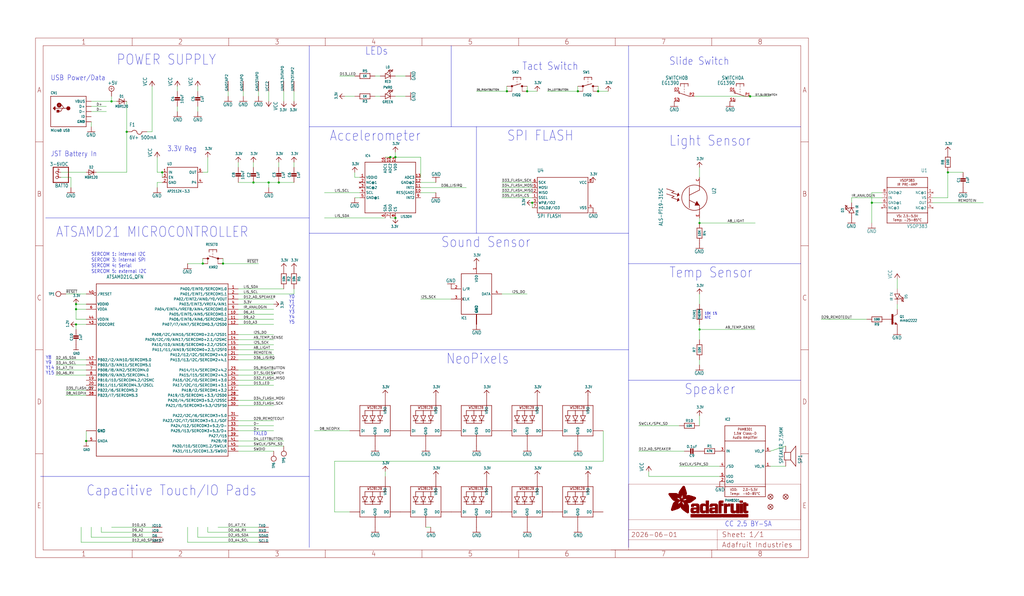
<source format=kicad_sch>
(kicad_sch (version 20230121) (generator eeschema)
  (paper "User" 513.156 298.602)
  (lib_symbols
    (symbol "working-eagle-import:+5V" (power)
      (property "Value" "+5V" (at -1.905 3.175 0))
      (symbol "+5V_1_0"
        (pin power_in line (at 0 -2.54 90) (length 2.54) (name "+5V") (number "1"))
      )
    )
    (symbol "working-eagle-import:1.2V" (power)
      (property "Value" "1.2V" (at -1.524 1.016 0))
      (symbol "1.2V_1_0"
        (pin power_in line (at 0 -2.54 90) (length 2.54) (name "1.2V") (number "1"))
      )
    )
    (symbol "working-eagle-import:3.3V" (power)
      (property "Value" "3.3V" (at -1.524 1.016 0))
      (symbol "3.3V_1_0"
        (pin power_in line (at 0 -2.54 90) (length 2.54) (name "3.3V") (number "1"))
      )
    )
    (symbol "working-eagle-import:ACCEL_LIS3DHTR"
      (property "Reference" "U" (at -12.7 15.24 0))
      (symbol "ACCEL_LIS3DHTR_1_0"
        (pin power_in line (at -15.24 5.08 0) (length 2.54) (name "VDDIO") (number "1"))
        (pin bidirectional line (at 15.24 -2.54 180) (length 2.54) (name "RES(GND)") (number "10"))
        (pin output line (at 15.24 0 180) (length 2.54) (name "INT1") (number "11"))
        (pin power_in line (at 15.24 2.54 180) (length 2.54) (name "GND@2") (number "12"))
        (pin input line (at 15.24 5.08 180) (length 2.54) (name "ADC3") (number "13"))
        (pin power_in line (at 2.54 15.24 270) (length 2.54) (name "VDD") (number "14"))
        (pin input line (at 0 15.24 270) (length 2.54) (name "ADC2") (number "15"))
        (pin input line (at -2.54 15.24 270) (length 2.54) (name "ADC1") (number "16"))
        (pin no_connect line (at -15.24 2.54 0) (length 2.54) (name "NC@1") (number "2"))
        (pin no_connect line (at -15.24 0 0) (length 2.54) (name "NC@2") (number "3"))
        (pin bidirectional line (at -15.24 -2.54 0) (length 2.54) (name "SCL") (number "4"))
        (pin power_in line (at -15.24 -5.08 0) (length 2.54) (name "GND@1") (number "5"))
        (pin bidirectional line (at -2.54 -15.24 90) (length 2.54) (name "SDA") (number "6"))
        (pin bidirectional line (at 0 -15.24 90) (length 2.54) (name "SDO") (number "7"))
        (pin input line (at 2.54 -15.24 90) (length 2.54) (name "CS") (number "8"))
        (pin output line (at 15.24 -5.08 180) (length 2.54) (name "INT2") (number "9"))
      )
    )
    (symbol "working-eagle-import:ATSAMD21G_QFN"
      (symbol "ATSAMD21G_QFN_1_0"
        (pin bidirectional line (at 50.8 35.56 180) (length 5.08) (name "PA00/EINT0/SERCOM1.0") (number "1"))
        (pin bidirectional line (at 50.8 22.86 180) (length 5.08) (name "PA05/EINT5/AIN5/SERCOM0.1") (number "10"))
        (pin bidirectional line (at 50.8 20.32 180) (length 5.08) (name "PA06/EINT6/AIN6/SERCOM0.2") (number "11"))
        (pin bidirectional line (at 50.8 17.78 180) (length 5.08) (name "PA07/I7/AIN7/SERCOM0.3/I2SD0") (number "12"))
        (pin bidirectional line (at 50.8 12.7 180) (length 5.08) (name "PA08/I2C/AIN16/SERCOM0+2.0/I2SD1") (number "13"))
        (pin bidirectional line (at 50.8 10.16 180) (length 5.08) (name "PA09/I2C/I9/AIN17/SERCOM0+2.1/I2SMC") (number "14"))
        (pin bidirectional line (at 50.8 7.62 180) (length 5.08) (name "PA10/I10/AIN18/SERCOM0+2.2/I2SCK") (number "15"))
        (pin bidirectional line (at 50.8 5.08 180) (length 5.08) (name "PA11/I11/AIN19/SERCOM0+2.3/I2SF0") (number "16"))
        (pin power_in line (at -25.4 27.94 0) (length 5.08) (name "VDDIO") (number "17"))
        (pin power_in line (at -25.4 -35.56 0) (length 5.08) (name "GND") (number "18"))
        (pin bidirectional line (at -25.4 -10.16 0) (length 5.08) (name "PB10/I10/SERCOM4.2/I2SMC") (number "19"))
        (pin bidirectional line (at 50.8 33.02 180) (length 5.08) (name "PA01/EINT1/SERCOM1.1") (number "2"))
        (pin bidirectional line (at -25.4 -12.7 0) (length 5.08) (name "PB11/I11/SERCOM4.3/I2SCL") (number "20"))
        (pin bidirectional line (at 50.8 2.54 180) (length 5.08) (name "PA12/I12/I2C/SERCOM2+4.0") (number "21"))
        (pin bidirectional line (at 50.8 0 180) (length 5.08) (name "PA13/I13/I2C/SERCOM2+4.1") (number "22"))
        (pin bidirectional line (at 50.8 -5.08 180) (length 5.08) (name "PA14/I14/SERCOM2+4.2") (number "23"))
        (pin bidirectional line (at 50.8 -7.62 180) (length 5.08) (name "PA15/I15/SERCOM2+4.3") (number "24"))
        (pin bidirectional line (at 50.8 -10.16 180) (length 5.08) (name "PA16/I2C/I0/SERCOM1+3.0") (number "25"))
        (pin bidirectional line (at 50.8 -12.7 180) (length 5.08) (name "PA17/I2C/I1/SERCOM1+3.1") (number "26"))
        (pin bidirectional line (at 50.8 -15.24 180) (length 5.08) (name "PA18/I2/SERCOM1+3.2") (number "27"))
        (pin bidirectional line (at 50.8 -17.78 180) (length 5.08) (name "PA19/I3/SERCOM1+3.3/I2SD0") (number "28"))
        (pin bidirectional line (at 50.8 -20.32 180) (length 5.08) (name "PA20/I4/SERCOM3+5.2/I2SSC") (number "29"))
        (pin bidirectional line (at 50.8 30.48 180) (length 5.08) (name "PA02/EINT2/AIN0/Y0/VOUT") (number "3"))
        (pin bidirectional line (at 50.8 -22.86 180) (length 5.08) (name "PA21/I5/SERCOM3+5.3/I2SFS0") (number "30"))
        (pin bidirectional line (at 50.8 -27.94 180) (length 5.08) (name "PA22/I2C/I6/SERCOM3+5.0") (number "31"))
        (pin bidirectional line (at 50.8 -30.48 180) (length 5.08) (name "PA23/I2C/I7/SERCOM3+5.1/SOF") (number "32"))
        (pin bidirectional line (at 50.8 -33.02 180) (length 5.08) (name "PA24/I12/SERCOM3+5.2/D-") (number "33"))
        (pin bidirectional line (at 50.8 -35.56 180) (length 5.08) (name "PA25/I13/SERCOM3+5.3/D+") (number "34"))
        (pin power_in line (at -25.4 -35.56 0) (length 5.08) (name "GND") (number "35"))
        (pin power_in line (at -25.4 27.94 0) (length 5.08) (name "VDDIO") (number "36"))
        (pin bidirectional line (at -25.4 -15.24 0) (length 5.08) (name "PB22/I6/SERCOM5.2") (number "37"))
        (pin bidirectional line (at -25.4 -17.78 0) (length 5.08) (name "PB23/I7/SERCOM5.3") (number "38"))
        (pin bidirectional line (at 50.8 -38.1 180) (length 5.08) (name "PA27/I15") (number "39"))
        (pin bidirectional line (at 50.8 27.94 180) (length 5.08) (name "PA03/EINT3/VREFA/AIN1") (number "4"))
        (pin bidirectional inverted (at -25.4 33.02 0) (length 5.08) (name "/RESET") (number "40"))
        (pin bidirectional line (at 50.8 -40.64 180) (length 5.08) (name "PA28/I8") (number "41"))
        (pin power_in line (at -25.4 -35.56 0) (length 5.08) (name "GND") (number "42"))
        (pin power_in line (at -25.4 17.78 0) (length 5.08) (name "VDDCORE") (number "43"))
        (pin power_in line (at -25.4 20.32 0) (length 5.08) (name "VDDIN") (number "44"))
        (pin bidirectional line (at 50.8 -43.18 180) (length 5.08) (name "PA30/I10/SECOM1.2/SWCLK") (number "45"))
        (pin bidirectional line (at 50.8 -45.72 180) (length 5.08) (name "PA31/I11/SECOM1.3/SWDIO") (number "46"))
        (pin bidirectional line (at -25.4 0 0) (length 5.08) (name "PB02/I2/AIN10/SERCOM5.0") (number "47"))
        (pin bidirectional line (at -25.4 -2.54 0) (length 5.08) (name "PB03/I3/AIN11/SERCOM5.1") (number "48"))
        (pin power_in line (at -25.4 -40.64 0) (length 5.08) (name "GNDA") (number "5"))
        (pin power_in line (at -25.4 25.4 0) (length 5.08) (name "VDDA") (number "6"))
        (pin bidirectional line (at -25.4 -5.08 0) (length 5.08) (name "PB08/I8/AIN2/SERCOM4.0") (number "7"))
        (pin bidirectional line (at -25.4 -7.62 0) (length 5.08) (name "PB09/I9/AIN3/SERCOM4.1") (number "8"))
        (pin bidirectional line (at 50.8 25.4 180) (length 5.08) (name "PA04/EINT4/VREFB/AIN4/SERCOM0.0") (number "9"))
        (pin power_in line (at -25.4 -35.56 0) (length 5.08) (name "GND") (number "THERMAL"))
      )
    )
    (symbol "working-eagle-import:CAP_CERAMIC0603_NO"
      (property "Reference" "C" (at -2.29 1.25 90))
      (symbol "CAP_CERAMIC0603_NO_1_0"
        (pin passive line (at 0 5.08 270) (length 2.54) (name "1") (number "1"))
        (pin passive line (at 0 -2.54 90) (length 2.54) (name "2") (number "2"))
      )
    )
    (symbol "working-eagle-import:CAP_CERAMIC0805-NOOUTLINE"
      (property "Reference" "C" (at -2.29 1.25 90))
      (symbol "CAP_CERAMIC0805-NOOUTLINE_1_0"
        (pin passive line (at 0 5.08 270) (length 2.54) (name "1") (number "1"))
        (pin passive line (at 0 -2.54 90) (length 2.54) (name "2") (number "2"))
      )
    )
    (symbol "working-eagle-import:CON_JST_PH_2PIN"
      (property "Reference" "X" (at -6.35 5.715 0))
      (symbol "CON_JST_PH_2PIN_1_0"
        (pin passive inverted (at -2.54 2.54 0) (length 2.54) (name "1") (number "1"))
        (pin passive inverted (at -2.54 0 0) (length 2.54) (name "2") (number "2"))
      )
    )
    (symbol "working-eagle-import:DIODESOD-123"
      (property "Reference" "D" (at 0 2.54 0))
      (symbol "DIODESOD-123_1_0"
        (pin passive line (at -2.54 0 0) (length 2.54) (name "A") (number "A"))
        (pin passive line (at 2.54 0 180) (length 2.54) (name "C") (number "C"))
      )
    )
    (symbol "working-eagle-import:DPDT-EG1390"
      (property "Reference" "SW" (at -8.255 -1.905 90))
      (symbol "DPDT-EG1390_1_0"
        (pin passive line (at -2.54 5.08 270) (length 2.54) (name "O") (number "O1"))
        (pin passive line (at 0 -5.08 90) (length 2.54) (name "P") (number "P1"))
        (pin passive line (at 2.54 5.08 270) (length 2.54) (name "S") (number "S1"))
      )
      (symbol "DPDT-EG1390_2_0"
        (pin passive line (at -2.54 5.08 270) (length 2.54) (name "O") (number "O2"))
        (pin passive line (at 0 -5.08 90) (length 2.54) (name "P") (number "P2"))
        (pin passive line (at 2.54 5.08 270) (length 2.54) (name "S") (number "S2"))
      )
    )
    (symbol "working-eagle-import:FIDUCIAL_1MM")
    (symbol "working-eagle-import:FRAME_A3_ADAFRUIT"
      (symbol "FRAME_A3_ADAFRUIT_1_0"
        (text "${#}/${##}" (at 357.505 10.16 0) (effects (font (size 2.54 2.54)) (justify left bottom)))
        (text "${CURRENT_DATE}" (at 298.45 10.16 0) (effects (font (size 2.286 2.286)) (justify left bottom)))
        (text "${PROJECTNAME}" (at 298.45 15.24 0) (effects (font (size 2.54 2.54)) (justify left bottom)))
        (text "1" (at 24.2094 1.905 0) (effects (font (size 2.54 2.286))))
        (text "1" (at 24.2094 258.445 0) (effects (font (size 2.54 2.286))))
        (text "2" (at 72.6281 1.905 0) (effects (font (size 2.54 2.286))))
        (text "2" (at 72.6281 258.445 0) (effects (font (size 2.54 2.286))))
        (text "3" (at 121.0469 1.905 0) (effects (font (size 2.54 2.286))))
        (text "3" (at 121.0469 258.445 0) (effects (font (size 2.54 2.286))))
        (text "4" (at 169.4656 1.905 0) (effects (font (size 2.54 2.286))))
        (text "4" (at 169.4656 258.445 0) (effects (font (size 2.54 2.286))))
        (text "5" (at 217.8844 1.905 0) (effects (font (size 2.54 2.286))))
        (text "5" (at 217.8844 258.445 0) (effects (font (size 2.54 2.286))))
        (text "6" (at 266.3031 1.905 0) (effects (font (size 2.54 2.286))))
        (text "6" (at 266.3031 258.445 0) (effects (font (size 2.54 2.286))))
        (text "7" (at 314.7219 1.905 0) (effects (font (size 2.54 2.286))))
        (text "7" (at 314.7219 258.445 0) (effects (font (size 2.54 2.286))))
        (text "8" (at 363.1406 1.905 0) (effects (font (size 2.54 2.286))))
        (text "8" (at 363.1406 258.445 0) (effects (font (size 2.54 2.286))))
        (text "A" (at 1.905 234.315 0) (effects (font (size 2.54 2.286))))
        (text "A" (at 385.445 234.315 0) (effects (font (size 2.54 2.286))))
        (text "Adafruit Industries" (at 343.916 4.953 0) (effects (font (size 2.54 2.54)) (justify left bottom)))
        (text "B" (at 1.905 182.245 0) (effects (font (size 2.54 2.286))))
        (text "B" (at 385.445 182.245 0) (effects (font (size 2.54 2.286))))
        (text "C" (at 1.905 130.175 0) (effects (font (size 2.54 2.286))))
        (text "C" (at 385.445 130.175 0) (effects (font (size 2.54 2.286))))
        (text "D" (at 1.905 78.105 0) (effects (font (size 2.54 2.286))))
        (text "D" (at 385.445 78.105 0) (effects (font (size 2.54 2.286))))
        (text "E" (at 1.905 26.035 0) (effects (font (size 2.54 2.286))))
        (text "E" (at 385.445 26.035 0) (effects (font (size 2.54 2.286))))
        (text "Sheet:" (at 343.916 10.033 0) (effects (font (size 2.54 2.54)) (justify left bottom)))
      )
    )
    (symbol "working-eagle-import:GND" (power)
      (property "Value" "GND" (at -2.54 -2.54 0))
      (symbol "GND_1_0"
        (pin power_in line (at 0 2.54 270) (length 2.54) (name "GND") (number "1"))
      )
    )
    (symbol "working-eagle-import:LED0805_NOOUTLINE"
      (property "Reference" "D" (at -1.27 4.445 0))
      (symbol "LED0805_NOOUTLINE_1_0"
        (pin passive line (at -5.08 0 0) (length 2.54) (name "A") (number "A"))
        (pin passive line (at 2.54 0 180) (length 2.54) (name "C") (number "C"))
      )
    )
    (symbol "working-eagle-import:LED1206_NOOUTLINE"
      (property "Reference" "D" (at -1.27 4.445 0))
      (symbol "LED1206_NOOUTLINE_1_0"
        (pin passive line (at -5.08 0 0) (length 2.54) (name "A") (number "A"))
        (pin passive line (at 2.54 0 180) (length 2.54) (name "C") (number "C"))
      )
    )
    (symbol "working-eagle-import:LIGHT_ALS-PT19-315C"
      (property "Reference" "U" (at 8.89 5.08 90))
      (symbol "LIGHT_ALS-PT19-315C_1_0"
        (pin bidirectional line (at 2.54 10.16 270) (length 2.54) (name "C") (number "C"))
        (pin bidirectional line (at 2.54 -10.16 90) (length 2.54) (name "E") (number "E"))
      )
    )
    (symbol "working-eagle-import:MIC_PDM_SPK0415"
      (property "Reference" "IC" (at -7.62 -12.7 0))
      (symbol "MIC_PDM_SPK0415_1_0"
        (pin power_in line (at 0 15.24 270) (length 5.08) (name "VDD") (number "1"))
        (pin input line (at -12.7 2.54 0) (length 5.08) (name "L/R") (number "2"))
        (pin input clock (at -12.7 -2.54 0) (length 5.08) (name "CLK") (number "3"))
        (pin bidirectional line (at 12.7 0 180) (length 5.08) (name "DATA") (number "4"))
        (pin power_in line (at 0 -15.24 90) (length 5.08) (name "GND") (number "5"))
        (pin power_in line (at 0 -15.24 90) (length 5.08) (name "GND") (number "6"))
        (pin power_in line (at 0 -15.24 90) (length 5.08) (name "GND") (number "7"))
        (pin power_in line (at 0 -15.24 90) (length 5.08) (name "GND") (number "8"))
      )
    )
    (symbol "working-eagle-import:PAM8301"
      (property "Reference" "IC" (at -10.16 17.78 0))
      (symbol "PAM8301_1_0"
        (text "2.0-5.5V\n-40-85°C" (at -1.27 -17.78 0) (effects (font (size 1.27 1.0795)) (justify left)))
        (text "PAM8301\n1.5W Class-D\nAudio Amplifier" (at 0 11.43 0) (effects (font (size 1.27 1.0795))))
        (text "VDD:\nTemp:" (at -7.62 -17.78 0) (effects (font (size 1.27 1.0795)) (justify left)))
        (pin output line (at 12.7 -5.08 180) (length 2.54) (name "VO_N") (number "1"))
        (pin power_in line (at -12.7 -12.7 0) (length 2.54) (name "GND") (number "2"))
        (pin input line (at -12.7 2.54 0) (length 2.54) (name "IN") (number "3"))
        (pin input line (at -12.7 -5.08 0) (length 2.54) (name "/SD") (number "4"))
        (pin power_in line (at -12.7 -10.16 0) (length 2.54) (name "VDD") (number "5"))
        (pin output line (at 12.7 2.54 180) (length 2.54) (name "VO_P") (number "6"))
      )
    )
    (symbol "working-eagle-import:PTCFUSE-1206"
      (property "Reference" "F" (at -3.81 5.08 0))
      (symbol "PTCFUSE-1206_1_0"
        (pin passive line (at -5.08 2.54 0) (length 2.54) (name "1") (number "1"))
        (pin passive line (at 5.08 2.54 180) (length 2.54) (name "2") (number "2"))
      )
    )
    (symbol "working-eagle-import:RESISTOR_0402"
      (property "Reference" "R" (at 0 2.54 0))
      (symbol "RESISTOR_0402_1_0"
        (pin passive line (at -5.08 0 0) (length 2.54) (name "1") (number "1"))
        (pin passive line (at 5.08 0 180) (length 2.54) (name "2") (number "2"))
      )
    )
    (symbol "working-eagle-import:RESISTOR_0603_NOOUT"
      (property "Reference" "R" (at 0 2.54 0))
      (symbol "RESISTOR_0603_NOOUT_1_0"
        (pin passive line (at -5.08 0 0) (length 2.54) (name "1") (number "1"))
        (pin passive line (at 5.08 0 180) (length 2.54) (name "2") (number "2"))
      )
    )
    (symbol "working-eagle-import:SEWTAP-ALLIGATOR"
      (property "Reference" "TP" (at 0 0 0))
      (symbol "SEWTAP-ALLIGATOR_1_0"
        (pin bidirectional line (at 0 0 0) (length 5.08) (name "SEW") (number "P$1"))
      )
    )
    (symbol "working-eagle-import:SPEAKER_7.5MM"
      (property "Reference" "SP" (at -3.81 6.35 0))
      (symbol "SPEAKER_7.5MM_1_0"
        (pin passive line (at -5.08 0 0) (length 2.54) (name "+") (number "+"))
        (pin passive line (at 5.08 0 180) (length 2.54) (name "-") (number "-"))
      )
    )
    (symbol "working-eagle-import:SPIFLASH_SOIC8"
      (property "Reference" "U" (at -12.7 12.7 0))
      (symbol "SPIFLASH_SOIC8_1_0"
        (pin bidirectional line (at -15.24 0 0) (length 2.54) (name "SSEL") (number "1"))
        (pin bidirectional line (at -15.24 2.54 0) (length 2.54) (name "MISO") (number "2"))
        (pin bidirectional line (at -15.24 -2.54 0) (length 2.54) (name "WP#/IO2") (number "3"))
        (pin bidirectional line (at 15.24 -5.08 180) (length 2.54) (name "VSS") (number "4"))
        (pin bidirectional line (at -15.24 5.08 0) (length 2.54) (name "MOSI") (number "5"))
        (pin bidirectional line (at -15.24 7.62 0) (length 2.54) (name "SCK") (number "6"))
        (pin bidirectional line (at -15.24 -5.08 0) (length 2.54) (name "HOLD#/IO3") (number "7"))
        (pin bidirectional line (at 15.24 7.62 180) (length 2.54) (name "VCC") (number "8"))
      )
    )
    (symbol "working-eagle-import:SWITCH_TACT_SMT4.6X2.8"
      (property "Reference" "SW" (at -2.54 6.35 0))
      (symbol "SWITCH_TACT_SMT4.6X2.8_1_0"
        (pin passive line (at -5.08 0 0) (length 2.54) (name "P") (number "A"))
        (pin passive line (at -5.08 -2.54 0) (length 2.54) (name "P1") (number "A'"))
        (pin passive line (at 5.08 0 180) (length 2.54) (name "S") (number "B"))
        (pin passive line (at 5.08 -2.54 180) (length 2.54) (name "S1") (number "B'"))
      )
    )
    (symbol "working-eagle-import:SWITCH_TACT_SMT_EVQQ2_SMALL"
      (property "Reference" "SW" (at -2.54 6.35 0))
      (symbol "SWITCH_TACT_SMT_EVQQ2_SMALL_1_0"
        (pin passive line (at -5.08 0 0) (length 2.54) (name "P") (number "A"))
        (pin passive line (at -5.08 -2.54 0) (length 2.54) (name "P1") (number "A'"))
        (pin passive line (at 5.08 0 180) (length 2.54) (name "S") (number "B"))
        (pin passive line (at 5.08 -2.54 180) (length 2.54) (name "S1") (number "B'"))
      )
    )
    (symbol "working-eagle-import:TESTPOINTROUND1.5MM"
      (property "Reference" "TP" (at 0 5.588 90))
      (symbol "TESTPOINTROUND1.5MM_1_0"
        (pin bidirectional line (at 0 0 90) (length 2.54) (name "P$1") (number "P$1"))
      )
    )
    (symbol "working-eagle-import:TRANSISTOR_NPN"
      (property "Reference" "Q" (at 1.27 0.635 0))
      (symbol "TRANSISTOR_NPN_1_0"
        (pin passive line (at -5.08 0 0) (length 2.54) (name "B") (number "1"))
        (pin passive line (at 0 -5.08 90) (length 2.54) (name "E") (number "2"))
        (pin passive line (at 0 5.08 270) (length 2.54) (name "C") (number "3"))
      )
    )
    (symbol "working-eagle-import:USB_MICRO_20329_V2"
      (property "Reference" "X" (at -10.16 8.636 0))
      (symbol "USB_MICRO_20329_V2_1_0"
        (pin power_in line (at 10.16 -5.08 180) (length 2.54) (name "GND") (number "BASE@1"))
        (pin power_in line (at 10.16 -5.08 180) (length 2.54) (name "GND") (number "BASE@2"))
        (pin bidirectional line (at 10.16 2.54 180) (length 2.54) (name "D+") (number "D+"))
        (pin bidirectional line (at 10.16 0 180) (length 2.54) (name "D-") (number "D-"))
        (pin power_in line (at 10.16 -5.08 180) (length 2.54) (name "GND") (number "GND"))
        (pin bidirectional line (at 10.16 -2.54 180) (length 2.54) (name "ID") (number "ID"))
        (pin power_in line (at 10.16 -5.08 180) (length 2.54) (name "GND") (number "SPRT@1"))
        (pin power_in line (at 10.16 -5.08 180) (length 2.54) (name "GND") (number "SPRT@2"))
        (pin power_in line (at 10.16 -5.08 180) (length 2.54) (name "GND") (number "SPRT@3"))
        (pin power_in line (at 10.16 -5.08 180) (length 2.54) (name "GND") (number "SPRT@4"))
        (pin power_in line (at 10.16 5.08 180) (length 2.54) (name "VBUS") (number "VBUS"))
      )
    )
    (symbol "working-eagle-import:VCC" (power)
      (property "Value" "VCC" (at -2.54 -2.54 90))
      (symbol "VCC_1_0"
        (pin power_in line (at 0 -2.54 90) (length 2.54) (name "VCC") (number "1"))
      )
    )
    (symbol "working-eagle-import:VREG_SOT23-5"
      (property "Reference" "U" (at -7.62 6.096 0))
      (symbol "VREG_SOT23-5_1_0"
        (pin power_in line (at -10.16 2.54 0) (length 2.54) (name "IN") (number "1"))
        (pin power_in line (at -10.16 -2.54 0) (length 2.54) (name "GND") (number "2"))
        (pin input line (at -10.16 0 0) (length 2.54) (name "EN") (number "3"))
        (pin bidirectional line (at 10.16 -2.54 180) (length 2.54) (name "P4") (number "4"))
        (pin power_in line (at 10.16 2.54 180) (length 2.54) (name "OUT") (number "5"))
      )
    )
    (symbol "working-eagle-import:VSOP383"
      (property "Reference" "U" (at -10.16 15.24 0))
      (symbol "VSOP383_1_0"
        (text "VS: 2.5-5.5V\nTemp: -25~~85°C" (at 0 -7.62 0) (effects (font (size 1.27 1.0795))))
        (text "VSOP383\nIR PRE-AMP" (at 0 10.16 0) (effects (font (size 1.27 1.0795))))
        (pin no_connect line (at -12.7 5.08 0) (length 2.54) (name "NC@1") (number "1"))
        (pin power_in line (at -12.7 2.54 0) (length 2.54) (name "VS") (number "2"))
        (pin output line (at -12.7 0 0) (length 2.54) (name "OUT") (number "3"))
        (pin no_connect line (at -12.7 -2.54 0) (length 2.54) (name "NC@2") (number "4"))
        (pin no_connect line (at 12.7 -2.54 180) (length 2.54) (name "NC@3") (number "5"))
        (pin power_in line (at 12.7 0 180) (length 2.54) (name "GND@1") (number "6"))
        (pin input line (at 12.7 2.54 180) (length 2.54) (name "IN") (number "7"))
        (pin power_in line (at 12.7 5.08 180) (length 2.54) (name "GND@2") (number "8"))
      )
    )
    (symbol "working-eagle-import:WS2812B3535"
      (symbol "WS2812B3535_1_0"
        (text "WS2812B" (at -4.064 8.382 0) (effects (font (size 1.27 1.0795)) (justify left bottom)))
        (pin input line (at -12.7 -2.54 0) (length 5.08) (name "DI") (number "1"))
        (pin power_in line (at 5.08 15.24 270) (length 5.08) (name "VDD") (number "2"))
        (pin output line (at 12.7 -2.54 180) (length 5.08) (name "DO") (number "3"))
        (pin power_in line (at 0 -10.16 90) (length 5.08) (name "GND") (number "4"))
      )
    )
    (symbol "working-eagle-import:microbuilder_GND" (power)
      (property "Value" "microbuilder_GND" (at -1.524 -2.54 0))
      (symbol "microbuilder_GND_1_0"
        (pin power_in line (at 0 2.54 270) (length 2.54) (name "GND") (number "1"))
      )
    )
  )
  (junction (at 436.88 101.6))
  (junction (at 63.5 66.04))
  (junction (at 111.76 132.08))
  (junction (at 299.72 45.72))
  (junction (at 38.1 162.56))
  (junction (at 198.12 109.22))
  (junction (at 375.92 48.26))
  (junction (at 195.58 78.74))
  (junction (at 350.52 111.76))
  (junction (at 38.1 152.4))
  (junction (at 266.7 101.6))
  (junction (at 38.1 154.94))
  (junction (at 254 45.72))
  (junction (at 474.98 86.36))
  (junction (at 55.88 50.8))
  (junction (at 81.28 86.36))
  (junction (at 289.56 45.72))
  (junction (at 101.6 132.08))
  (junction (at 139.7 91.44))
  (junction (at 198.12 78.74))
  (junction (at 43.18 220.98))
  (junction (at 264.16 45.72))
  (junction (at 127 91.44))
  (junction (at 134.62 91.44))
  (junction (at 350.52 165.1))
  (wire (pts (xy 48.26 86.36) (xy 63.5 86.36)) (stroke (width 0.1524)))
  (polyline (pts (xy 314.96 63.5) (xy 314.96 116.84)) (stroke (width 0.1524) (type solid)))
  (wire (pts (xy 187.96 38.1) (xy 190.5 38.1)) (stroke (width 0.1524)))
  (wire (pts (xy 266.7 101.6) (xy 266.7 104.14)) (stroke (width 0.1524)))
  (polyline (pts (xy 154.94 109.22) (xy 154.94 116.84)) (stroke (width 0.1524) (type solid)))
  (wire (pts (xy 137.16 167.64) (xy 119.38 167.64)) (stroke (width 0.1524)))
  (polyline (pts (xy 154.94 116.84) (xy 238.76 116.84)) (stroke (width 0.1524) (type solid)))
  (wire (pts (xy 88.9 43.18) (xy 88.9 45.72)) (stroke (width 0.1524)))
  (wire (pts (xy 43.18 162.56) (xy 38.1 162.56)) (stroke (width 0.1524)))
  (wire (pts (xy 177.8 99.06) (xy 180.34 99.06)) (stroke (width 0.1524)))
  (wire (pts (xy 78.74 91.44) (xy 81.28 91.44)) (stroke (width 0.1524)))
  (polyline (pts (xy 314.96 132.08) (xy 314.96 175.26)) (stroke (width 0.1524) (type solid)))
  (wire (pts (xy 147.32 147.32) (xy 119.38 147.32)) (stroke (width 0.1524)))
  (wire (pts (xy 43.18 147.32) (xy 33.02 147.32)) (stroke (width 0.1524)))
  (wire (pts (xy 299.72 45.72) (xy 304.8 45.72)) (stroke (width 0.1524)))
  (wire (pts (xy 134.62 45.72) (xy 134.62 50.8)) (stroke (width 0.1524)))
  (wire (pts (xy 167.64 231.14) (xy 302.26 231.14)) (stroke (width 0.1524)))
  (wire (pts (xy 147.32 147.32) (xy 147.32 144.78)) (stroke (width 0.1524)))
  (wire (pts (xy 195.58 78.74) (xy 193.04 78.74)) (stroke (width 0.1524)))
  (wire (pts (xy 360.68 238.76) (xy 325.12 238.76)) (stroke (width 0.1524)))
  (wire (pts (xy 134.62 91.44) (xy 127 91.44)) (stroke (width 0.1524)))
  (polyline (pts (xy 226.06 63.5) (xy 226.06 22.86)) (stroke (width 0.1524) (type solid)))
  (polyline (pts (xy 154.94 109.22) (xy 22.86 109.22)) (stroke (width 0.1524) (type solid)))
  (wire (pts (xy 99.06 45.72) (xy 99.06 43.18)) (stroke (width 0.1524)))
  (wire (pts (xy 210.82 96.52) (xy 218.44 96.52)) (stroke (width 0.1524)))
  (wire (pts (xy 177.8 38.1) (xy 170.18 38.1)) (stroke (width 0.1524)))
  (wire (pts (xy 58.42 50.8) (xy 55.88 50.8)) (stroke (width 0.1524)))
  (wire (pts (xy 55.88 264.16) (xy 76.2 264.16)) (stroke (width 0.1524)))
  (wire (pts (xy 99.06 53.34) (xy 99.06 55.88)) (stroke (width 0.1524)))
  (wire (pts (xy 119.38 160.02) (xy 137.16 160.02)) (stroke (width 0.1524)))
  (wire (pts (xy 350.52 170.18) (xy 350.52 165.1)) (stroke (width 0.1524)))
  (wire (pts (xy 43.18 182.88) (xy 27.94 182.88)) (stroke (width 0.1524)))
  (wire (pts (xy 441.96 99.06) (xy 426.72 99.06)) (stroke (width 0.1524)))
  (wire (pts (xy 104.14 78.74) (xy 104.14 86.36)) (stroke (width 0.1524)))
  (wire (pts (xy 436.88 96.52) (xy 436.88 101.6)) (stroke (width 0.1524)))
  (wire (pts (xy 119.38 213.36) (xy 137.16 213.36)) (stroke (width 0.1524)))
  (polyline (pts (xy 154.94 63.5) (xy 226.06 63.5)) (stroke (width 0.1524) (type solid)))
  (polyline (pts (xy 238.76 116.84) (xy 314.96 116.84)) (stroke (width 0.1524) (type solid)))
  (wire (pts (xy 43.18 185.42) (xy 27.94 185.42)) (stroke (width 0.1524)))
  (wire (pts (xy 350.52 165.1) (xy 378.46 165.1)) (stroke (width 0.1524)))
  (wire (pts (xy 76.2 269.24) (xy 45.72 269.24)) (stroke (width 0.1524)))
  (wire (pts (xy 119.38 149.86) (xy 137.16 149.86)) (stroke (width 0.1524)))
  (wire (pts (xy 55.88 48.26) (xy 55.88 50.8)) (stroke (width 0.1524)))
  (wire (pts (xy 45.72 53.34) (xy 53.34 53.34)) (stroke (width 0.1524)))
  (wire (pts (xy 76.2 66.04) (xy 76.2 43.18)) (stroke (width 0.1524)))
  (wire (pts (xy 177.8 88.9) (xy 177.8 86.36)) (stroke (width 0.1524)))
  (wire (pts (xy 386.08 226.06) (xy 393.7 223.52)) (stroke (width 0.1524)))
  (wire (pts (xy 104.14 86.36) (xy 101.6 86.36)) (stroke (width 0.1524)))
  (wire (pts (xy 76.2 66.04) (xy 73.66 66.04)) (stroke (width 0.1524)))
  (wire (pts (xy 111.76 129.54) (xy 111.76 132.08)) (stroke (width 0.1524)))
  (wire (pts (xy 93.98 271.78) (xy 93.98 264.16)) (stroke (width 0.1524)))
  (wire (pts (xy 35.56 88.9) (xy 35.56 93.98)) (stroke (width 0.1524)))
  (polyline (pts (xy 238.76 63.5) (xy 314.96 63.5)) (stroke (width 0.1524) (type solid)))
  (wire (pts (xy 299.72 43.18) (xy 299.72 45.72)) (stroke (width 0.1524)))
  (wire (pts (xy 119.38 162.56) (xy 137.16 162.56)) (stroke (width 0.1524)))
  (wire (pts (xy 139.7 81.28) (xy 139.7 83.82)) (stroke (width 0.1524)))
  (wire (pts (xy 30.48 86.36) (xy 43.18 86.36)) (stroke (width 0.1524)))
  (wire (pts (xy 198.12 76.2) (xy 198.12 78.74)) (stroke (width 0.1524)))
  (wire (pts (xy 114.3 48.26) (xy 114.3 45.72)) (stroke (width 0.1524)))
  (wire (pts (xy 482.6 86.36) (xy 474.98 86.36)) (stroke (width 0.1524)))
  (wire (pts (xy 350.52 165.1) (xy 350.52 162.56)) (stroke (width 0.1524)))
  (wire (pts (xy 119.38 193.04) (xy 137.16 193.04)) (stroke (width 0.1524)))
  (wire (pts (xy 210.82 88.9) (xy 210.82 78.74)) (stroke (width 0.1524)))
  (polyline (pts (xy 154.94 175.26) (xy 314.96 175.26)) (stroke (width 0.1524) (type solid)))
  (wire (pts (xy 203.2 48.26) (xy 198.12 48.26)) (stroke (width 0.1524)))
  (polyline (pts (xy 20.32 238.76) (xy 154.94 238.76)) (stroke (width 0.1524) (type solid)))
  (polyline (pts (xy 314.96 132.08) (xy 401.32 132.08)) (stroke (width 0.1524) (type solid)))
  (wire (pts (xy 119.38 210.82) (xy 137.16 210.82)) (stroke (width 0.1524)))
  (wire (pts (xy 137.16 215.9) (xy 119.38 215.9)) (stroke (width 0.1524)))
  (wire (pts (xy 129.54 132.08) (xy 111.76 132.08)) (stroke (width 0.1524)))
  (wire (pts (xy 43.18 152.4) (xy 38.1 152.4)) (stroke (width 0.1524)))
  (wire (pts (xy 302.26 231.14) (xy 302.26 215.9)) (stroke (width 0.1524)))
  (wire (pts (xy 449.58 139.7) (xy 449.58 144.78)) (stroke (width 0.1524)))
  (wire (pts (xy 266.7 96.52) (xy 251.46 96.52)) (stroke (width 0.1524)))
  (polyline (pts (xy 154.94 116.84) (xy 154.94 175.26)) (stroke (width 0.1524) (type solid)))
  (wire (pts (xy 40.64 271.78) (xy 40.64 264.16)) (stroke (width 0.1524)))
  (wire (pts (xy 137.16 226.06) (xy 119.38 226.06)) (stroke (width 0.1524)))
  (wire (pts (xy 210.82 91.44) (xy 218.44 91.44)) (stroke (width 0.1524)))
  (wire (pts (xy 436.88 101.6) (xy 436.88 111.76)) (stroke (width 0.1524)))
  (wire (pts (xy 147.32 81.28) (xy 147.32 83.82)) (stroke (width 0.1524)))
  (wire (pts (xy 137.16 175.26) (xy 119.38 175.26)) (stroke (width 0.1524)))
  (wire (pts (xy 99.06 269.24) (xy 99.06 264.16)) (stroke (width 0.1524)))
  (wire (pts (xy 139.7 91.44) (xy 134.62 91.44)) (stroke (width 0.1524)))
  (polyline (pts (xy 314.96 190.5) (xy 401.32 190.5)) (stroke (width 0.1524) (type solid)))
  (wire (pts (xy 210.82 78.74) (xy 198.12 78.74)) (stroke (width 0.1524)))
  (wire (pts (xy 119.38 203.2) (xy 137.16 203.2)) (stroke (width 0.1524)))
  (wire (pts (xy 289.56 45.72) (xy 274.32 45.72)) (stroke (width 0.1524)))
  (wire (pts (xy 45.72 50.8) (xy 55.88 50.8)) (stroke (width 0.1524)))
  (wire (pts (xy 50.8 266.7) (xy 76.2 266.7)) (stroke (width 0.1524)))
  (wire (pts (xy 43.18 215.9) (xy 43.18 220.98)) (stroke (width 0.1524)))
  (wire (pts (xy 187.96 48.26) (xy 190.5 48.26)) (stroke (width 0.1524)))
  (wire (pts (xy 129.54 48.26) (xy 129.54 45.72)) (stroke (width 0.1524)))
  (wire (pts (xy 198.12 38.1) (xy 203.2 38.1)) (stroke (width 0.1524)))
  (wire (pts (xy 375.92 48.26) (xy 386.08 48.26)) (stroke (width 0.1524)))
  (polyline (pts (xy 154.94 22.86) (xy 154.94 63.5)) (stroke (width 0.1524) (type solid)))
  (wire (pts (xy 30.48 88.9) (xy 35.56 88.9)) (stroke (width 0.1524)))
  (wire (pts (xy 43.18 198.12) (xy 33.02 198.12)) (stroke (width 0.1524)))
  (wire (pts (xy 119.38 81.28) (xy 119.38 83.82)) (stroke (width 0.1524)))
  (wire (pts (xy 119.38 154.94) (xy 137.16 154.94)) (stroke (width 0.1524)))
  (wire (pts (xy 467.36 99.06) (xy 474.98 99.06)) (stroke (width 0.1524)))
  (wire (pts (xy 180.34 88.9) (xy 177.8 88.9)) (stroke (width 0.1524)))
  (wire (pts (xy 50.8 266.7) (xy 50.8 264.16)) (stroke (width 0.1524)))
  (wire (pts (xy 449.58 152.4) (xy 449.58 154.94)) (stroke (width 0.1524)))
  (wire (pts (xy 45.72 55.88) (xy 53.34 55.88)) (stroke (width 0.1524)))
  (wire (pts (xy 63.5 50.8) (xy 63.5 66.04)) (stroke (width 0.1524)))
  (wire (pts (xy 264.16 45.72) (xy 269.24 45.72)) (stroke (width 0.1524)))
  (wire (pts (xy 129.54 269.24) (xy 99.06 269.24)) (stroke (width 0.1524)))
  (wire (pts (xy 226.06 149.86) (xy 210.82 149.86)) (stroke (width 0.1524)))
  (wire (pts (xy 119.38 190.5) (xy 137.16 190.5)) (stroke (width 0.1524)))
  (wire (pts (xy 63.5 66.04) (xy 63.5 86.36)) (stroke (width 0.1524)))
  (wire (pts (xy 289.56 43.18) (xy 289.56 45.72)) (stroke (width 0.1524)))
  (wire (pts (xy 340.36 213.36) (xy 320.04 213.36)) (stroke (width 0.1524)))
  (wire (pts (xy 350.52 111.76) (xy 378.46 111.76)) (stroke (width 0.1524)))
  (wire (pts (xy 129.54 271.78) (xy 93.98 271.78)) (stroke (width 0.1524)))
  (wire (pts (xy 109.22 264.16) (xy 129.54 264.16)) (stroke (width 0.1524)))
  (wire (pts (xy 441.96 96.52) (xy 436.88 96.52)) (stroke (width 0.1524)))
  (wire (pts (xy 342.9 226.06) (xy 320.04 226.06)) (stroke (width 0.1524)))
  (wire (pts (xy 104.14 266.7) (xy 129.54 266.7)) (stroke (width 0.1524)))
  (polyline (pts (xy 154.94 238.76) (xy 154.94 274.32)) (stroke (width 0.1524) (type solid)))
  (polyline (pts (xy 238.76 63.5) (xy 238.76 116.84)) (stroke (width 0.1524) (type solid)))
  (polyline (pts (xy 314.96 190.5) (xy 314.96 274.32)) (stroke (width 0.1524) (type solid)))
  (wire (pts (xy 119.38 223.52) (xy 142.24 223.52)) (stroke (width 0.1524)))
  (wire (pts (xy 88.9 53.34) (xy 88.9 55.88)) (stroke (width 0.1524)))
  (polyline (pts (xy 314.96 175.26) (xy 314.96 190.5)) (stroke (width 0.1524) (type solid)))
  (polyline (pts (xy 314.96 116.84) (xy 314.96 132.08)) (stroke (width 0.1524) (type solid)))
  (wire (pts (xy 426.72 99.06) (xy 426.72 101.6)) (stroke (width 0.1524)))
  (wire (pts (xy 266.7 91.44) (xy 251.46 91.44)) (stroke (width 0.1524)))
  (wire (pts (xy 119.38 185.42) (xy 137.16 185.42)) (stroke (width 0.1524)))
  (wire (pts (xy 147.32 50.8) (xy 147.32 45.72)) (stroke (width 0.1524)))
  (wire (pts (xy 264.16 43.18) (xy 264.16 45.72)) (stroke (width 0.1524)))
  (polyline (pts (xy 154.94 175.26) (xy 154.94 238.76)) (stroke (width 0.1524) (type solid)))
  (wire (pts (xy 119.38 177.8) (xy 137.16 177.8)) (stroke (width 0.1524)))
  (wire (pts (xy 101.6 129.54) (xy 101.6 132.08)) (stroke (width 0.1524)))
  (polyline (pts (xy 314.96 63.5) (xy 401.32 63.5)) (stroke (width 0.1524) (type solid)))
  (wire (pts (xy 38.1 154.94) (xy 38.1 152.4)) (stroke (width 0.1524)))
  (wire (pts (xy 210.82 93.98) (xy 233.68 93.98)) (stroke (width 0.1524)))
  (wire (pts (xy 251.46 93.98) (xy 266.7 93.98)) (stroke (width 0.1524)))
  (wire (pts (xy 266.7 99.06) (xy 251.46 99.06)) (stroke (width 0.1524)))
  (wire (pts (xy 119.38 180.34) (xy 137.16 180.34)) (stroke (width 0.1524)))
  (polyline (pts (xy 154.94 63.5) (xy 154.94 109.22)) (stroke (width 0.1524) (type solid)))
  (wire (pts (xy 119.38 157.48) (xy 137.16 157.48)) (stroke (width 0.1524)))
  (wire (pts (xy 474.98 99.06) (xy 474.98 86.36)) (stroke (width 0.1524)))
  (wire (pts (xy 441.96 101.6) (xy 436.88 101.6)) (stroke (width 0.1524)))
  (wire (pts (xy 119.38 172.72) (xy 137.16 172.72)) (stroke (width 0.1524)))
  (wire (pts (xy 78.74 86.36) (xy 78.74 78.74)) (stroke (width 0.1524)))
  (wire (pts (xy 43.18 160.02) (xy 38.1 160.02)) (stroke (width 0.1524)))
  (wire (pts (xy 195.58 109.22) (xy 198.12 109.22)) (stroke (width 0.1524)))
  (wire (pts (xy 175.26 215.9) (xy 157.48 215.9)) (stroke (width 0.1524)))
  (wire (pts (xy 45.72 60.96) (xy 45.72 63.5)) (stroke (width 0.1524)))
  (polyline (pts (xy 314.96 22.86) (xy 314.96 63.5)) (stroke (width 0.1524) (type solid)))
  (wire (pts (xy 134.62 93.98) (xy 134.62 91.44)) (stroke (width 0.1524)))
  (wire (pts (xy 193.04 109.22) (xy 162.56 109.22)) (stroke (width 0.1524)))
  (wire (pts (xy 78.74 86.36) (xy 81.28 86.36)) (stroke (width 0.1524)))
  (wire (pts (xy 254 43.18) (xy 254 45.72)) (stroke (width 0.1524)))
  (wire (pts (xy 167.64 256.54) (xy 167.64 231.14)) (stroke (width 0.1524)))
  (wire (pts (xy 119.38 152.4) (xy 137.16 152.4)) (stroke (width 0.1524)))
  (wire (pts (xy 467.36 101.6) (xy 492.76 101.6)) (stroke (width 0.1524)))
  (wire (pts (xy 350.52 88.9) (xy 350.52 83.82)) (stroke (width 0.1524)))
  (wire (pts (xy 78.74 91.44) (xy 78.74 93.98)) (stroke (width 0.1524)))
  (wire (pts (xy 177.8 48.26) (xy 172.72 48.26)) (stroke (width 0.1524)))
  (wire (pts (xy 127 81.28) (xy 127 83.82)) (stroke (width 0.1524)))
  (wire (pts (xy 350.52 111.76) (xy 350.52 109.22)) (stroke (width 0.1524)))
  (wire (pts (xy 27.94 187.96) (xy 43.18 187.96)) (stroke (width 0.1524)))
  (wire (pts (xy 119.38 220.98) (xy 142.24 220.98)) (stroke (width 0.1524)))
  (wire (pts (xy 350.52 147.32) (xy 350.52 152.4)) (stroke (width 0.1524)))
  (wire (pts (xy 193.04 238.76) (xy 193.04 236.22)) (stroke (width 0.1524)))
  (wire (pts (xy 93.98 132.08) (xy 101.6 132.08)) (stroke (width 0.1524)))
  (wire (pts (xy 137.16 187.96) (xy 119.38 187.96)) (stroke (width 0.1524)))
  (wire (pts (xy 142.24 50.8) (xy 142.24 45.72)) (stroke (width 0.1524)))
  (wire (pts (xy 119.38 200.66) (xy 137.16 200.66)) (stroke (width 0.1524)))
  (wire (pts (xy 360.68 233.68) (xy 340.36 233.68)) (stroke (width 0.1524)))
  (wire (pts (xy 121.92 48.26) (xy 121.92 45.72)) (stroke (width 0.1524)))
  (wire (pts (xy 347.98 48.26) (xy 375.92 48.26)) (stroke (width 0.1524)))
  (wire (pts (xy 147.32 91.44) (xy 139.7 91.44)) (stroke (width 0.1524)))
  (wire (pts (xy 350.52 213.36) (xy 350.52 208.28)) (stroke (width 0.1524)))
  (wire (pts (xy 119.38 170.18) (xy 137.16 170.18)) (stroke (width 0.1524)))
  (wire (pts (xy 38.1 162.56) (xy 38.1 165.1)) (stroke (width 0.1524)))
  (wire (pts (xy 38.1 160.02) (xy 38.1 154.94)) (stroke (width 0.1524)))
  (wire (pts (xy 127 91.44) (xy 119.38 91.44)) (stroke (width 0.1524)))
  (wire (pts (xy 104.14 266.7) (xy 104.14 264.16)) (stroke (width 0.1524)))
  (wire (pts (xy 43.18 180.34) (xy 27.94 180.34)) (stroke (width 0.1524)))
  (wire (pts (xy 251.46 147.32) (xy 264.16 147.32)) (stroke (width 0.1524)))
  (wire (pts (xy 43.18 154.94) (xy 38.1 154.94)) (stroke (width 0.1524)))
  (polyline (pts (xy 226.06 63.5) (xy 238.76 63.5)) (stroke (width 0.1524) (type solid)))
  (wire (pts (xy 213.36 264.16) (xy 215.9 264.16)) (stroke (width 0.1524)))
  (wire (pts (xy 81.28 88.9) (xy 81.28 86.36)) (stroke (width 0.1524)))
  (wire (pts (xy 180.34 96.52) (xy 162.56 96.52)) (stroke (width 0.1524)))
  (wire (pts (xy 45.72 269.24) (xy 45.72 264.16)) (stroke (width 0.1524)))
  (wire (pts (xy 325.12 238.76) (xy 325.12 236.22)) (stroke (width 0.1524)))
  (wire (pts (xy 254 45.72) (xy 238.76 45.72)) (stroke (width 0.1524)))
  (wire (pts (xy 198.12 78.74) (xy 195.58 78.74)) (stroke (width 0.1524)))
  (wire (pts (xy 119.38 144.78) (xy 142.24 144.78)) (stroke (width 0.1524)))
  (wire (pts (xy 386.08 233.68) (xy 393.7 233.68)) (stroke (width 0.1524)))
  (wire (pts (xy 76.2 271.78) (xy 40.64 271.78)) (stroke (width 0.1524)))
  (wire (pts (xy 175.26 256.54) (xy 167.64 256.54)) (stroke (width 0.1524)))
  (wire (pts (xy 43.18 195.58) (xy 33.02 195.58)) (stroke (width 0.1524)))
  (wire (pts (xy 434.34 160.02) (xy 411.48 160.02)) (stroke (width 0.1524)))
  (wire (pts (xy 350.52 182.88) (xy 350.52 180.34)) (stroke (width 0.1524)))
  (text "Tact Switch" (at 261.62 35.56 0) (effects (font (size 3.81 3.2385)) (justify left bottom)))
  (text "Y8" (at 22.86 180.34 0) (effects (font (size 1.778 1.5113)) (justify left bottom)))
  (text "Slide Switch" (at 335.28 33.02 0) (effects (font (size 3.81 3.2385)) (justify left bottom)))
  (text "Y14" (at 22.86 185.42 0) (effects (font (size 1.778 1.5113)) (justify left bottom)))
  (text "SERCOM 1: internal I2C\nSERCOM 3: internal SPI\nSERCOM 4: Serial\nSERCOM 5: external I2C" (at 45.72 137.16 0) (effects (font (size 1.778 1.5113)) (justify left bottom)))
  (text "Capacitive Touch/IO Pads" (at 43.18 248.92 0) (effects (font (size 5.08 4.318)) (justify left bottom)))
  (text "USB Power/Data" (at 25.4 40.64 0) (effects (font (size 2.54 2.159)) (justify left bottom)))
  (text "Y0" (at 144.78 149.86 0) (effects (font (size 1.778 1.5113)) (justify left bottom)))
  (text "Y15" (at 22.86 187.96 0) (effects (font (size 1.778 1.5113)) (justify left bottom)))
  (text "Speaker" (at 342.9 198.12 0) (effects (font (size 5.08 4.318)) (justify left bottom)))
  (text "3.3V Reg" (at 83.82 76.2 0) (effects (font (size 2.54 2.159)) (justify left bottom)))
  (text "JST Battery In" (at 25.4 78.74 0) (effects (font (size 2.54 2.159)) (justify left bottom)))
  (text "Light Sensor" (at 335.28 73.66 0) (effects (font (size 5.08 4.318)) (justify left bottom)))
  (text "Y3" (at 144.78 157.48 0) (effects (font (size 1.778 1.5113)) (justify left bottom)))
  (text "Y5" (at 144.78 162.56 0) (effects (font (size 1.778 1.5113)) (justify left bottom)))
  (text "Sound Sensor" (at 220.98 124.46 0) (effects (font (size 5.08 4.318)) (justify left bottom)))
  (text "CC 2.5 BY-SA" (at 363.22 264.16 0) (effects (font (size 2.54 2.159)) (justify left bottom)))
  (text "Accelerometer" (at 165.1 71.12 0) (effects (font (size 5.08 4.318)) (justify left bottom)))
  (text "POWER SUPPLY" (at 58.42 33.02 0) (effects (font (size 5.08 4.318)) (justify left bottom)))
  (text "Y1" (at 144.78 152.4 0) (effects (font (size 1.778 1.5113)) (justify left bottom)))
  (text "Y2" (at 144.78 154.94 0) (effects (font (size 1.778 1.5113)) (justify left bottom)))
  (text "NeoPixels" (at 223.52 182.88 0) (effects (font (size 5.08 4.318)) (justify left bottom)))
  (text "LEDs" (at 182.88 27.94 0) (effects (font (size 3.81 3.2385)) (justify left bottom)))
  (text "Y9" (at 22.86 182.88 0) (effects (font (size 1.778 1.5113)) (justify left bottom)))
  (text "ATSAMD21 MICROCONTROLLER" (at 27.94 119.38 0) (effects (font (size 5.08 4.318)) (justify left bottom)))
  (text "SPI FLASH" (at 254 71.12 0) (effects (font (size 5.08 4.318)) (justify left bottom)))
  (text "10K 1%\nNTC" (at 353.06 160.02 0) (effects (font (size 1.27 1.0795)) (justify left bottom)))
  (text "Y4" (at 144.78 160.02 0) (effects (font (size 1.778 1.5113)) (justify left bottom)))
  (text "TXLED" (at 127 218.44 0) (effects (font (size 1.778 1.5113)) (justify left bottom)))
  (text "Temp Sensor" (at 335.28 139.7 0) (effects (font (size 5.08 4.318)) (justify left bottom)))
  (label "A9_TEMP_SENSE" (at 127 170.18 0) (effects (font (size 1.2446 1.2446))))
  (label "LIS_SCL" (at 121.92 147.32 0) (effects (font (size 1.2446 1.2446))))
  (label "D29_REMOTEOUT" (at 411.48 160.02 0) (effects (font (size 1.2446 1.2446))))
  (label "IR_ANALOGIN" (at 426.72 99.06 0) (effects (font (size 1.2446 1.2446))))
  (label "D7_SLIDESWITCH" (at 127 187.96 0) (effects (font (size 1.2446 1.2446))))
  (label "LIS_SDA" (at 121.92 144.78 0) (effects (font (size 1.2446 1.2446))))
  (label "D4_LEFTBUTTON" (at 127 220.98 0) (effects (font (size 1.2446 1.2446))))
  (label "D2_A5_SDA" (at 27.94 180.34 0) (effects (font (size 1.2446 1.2446))))
  (label "I2S_DO" (at 127 167.64 0) (effects (font (size 1.2446 1.2446))))
  (label "REMOTEIN" (at 127 177.8 0) (effects (font (size 1.2446 1.2446))))
  (label "D35_FLASH_CS" (at 251.46 99.06 0) (effects (font (size 1.2446 1.2446))))
  (label "~{RESET}" (at 33.02 147.32 0) (effects (font (size 1.2446 1.2446))))
  (label "D8_NEOPIX" (at 160.02 215.9 0) (effects (font (size 1.2446 1.2446))))
  (label "LIS_SCL" (at 167.64 96.52 0) (effects (font (size 1.2446 1.2446))))
  (label "SWCLK/SPK_SD" (at 340.36 233.68 0) (effects (font (size 1.2446 1.2446))))
  (label "D1_A7_TX" (at 114.3 264.16 0) (effects (font (size 1.2446 1.2446))))
  (label "D3_A4_SCL" (at 114.3 271.78 0) (effects (font (size 1.2446 1.2446))))
  (label "D9_A2" (at 66.04 266.7 0) (effects (font (size 1.2446 1.2446))))
  (label "D7_SLIDESWITCH" (at 378.46 48.26 0) (effects (font (size 0.889 0.889))))
  (label "D34_FLASH_MOSI" (at 127 200.66 0) (effects (font (size 1.2446 1.2446))))
  (label "D13_LED" (at 170.18 38.1 0) (effects (font (size 1.2446 1.2446))))
  (label "D33_FLASH_SCK" (at 251.46 91.44 0) (effects (font (size 1.2446 1.2446))))
  (label "D6_A1" (at 66.04 269.24 0) (effects (font (size 1.2446 1.2446))))
  (label "D+" (at 48.26 53.34 0) (effects (font (size 1.2446 1.2446))))
  (label "D34_FLASH_MOSI" (at 251.46 93.98 0) (effects (font (size 1.2446 1.2446))))
  (label "3.3V" (at 121.92 152.4 0) (effects (font (size 1.2446 1.2446))))
  (label "D29_REMOTEOUT" (at 127 210.82 0) (effects (font (size 1.2446 1.2446))))
  (label "D4_LEFTBUTTON" (at 274.32 45.72 0) (effects (font (size 0.889 0.889))))
  (label "D12_A0_SPEAKER" (at 66.04 271.78 0) (effects (font (size 1.2446 1.2446))))
  (label "D2_A5_SDA" (at 114.3 269.24 0) (effects (font (size 1.2446 1.2446))))
  (label "D-" (at 127 213.36 0) (effects (font (size 1.2446 1.2446))))
  (label "I2S_SCK" (at 127 172.72 0) (effects (font (size 1.2446 1.2446))))
  (label "D8_NEOPIX" (at 33.02 198.12 0) (effects (font (size 1.2446 1.2446))))
  (label "D33_FLASH_SCK" (at 127 203.2 0) (effects (font (size 1.2446 1.2446))))
  (label "D6_A1" (at 121.92 157.48 0) (effects (font (size 1.2446 1.2446))))
  (label "D12_A0_SPEAKER" (at 320.04 226.06 0) (effects (font (size 1.2446 1.2446))))
  (label "D36_LISIRQ" (at 220.98 93.98 0) (effects (font (size 1.2446 1.2446))))
  (label "A8_LIGHT" (at 364.49 111.76 0) (effects (font (size 1.2446 1.2446))))
  (label "D35_FLASH_CS" (at 33.02 195.58 0) (effects (font (size 1.2446 1.2446))))
  (label "D9_A2" (at 121.92 160.02 0) (effects (font (size 1.2446 1.2446))))
  (label "D10_A3" (at 66.04 264.16 0) (effects (font (size 1.2446 1.2446))))
  (label "D3_A4_SCL" (at 27.94 182.88 0) (effects (font (size 1.2446 1.2446))))
  (label "D5_RIGHTBUTTON" (at 238.76 45.72 0) (effects (font (size 0.889 0.889))))
  (label "D32_FLASH_MISO" (at 127 190.5 0) (effects (font (size 1.2446 1.2446))))
  (label "SWCLK/SPK_SD" (at 127 223.52 0) (effects (font (size 1.2446 1.2446))))
  (label "D1_A7_TX" (at 27.94 185.42 0) (effects (font (size 1.2446 1.2446))))
  (label "SWCLK/SPK_SD" (at 320.04 213.36 0) (effects (font (size 1.2446 1.2446))))
  (label "~{RESET}" (at 129.54 132.08 180) (effects (font (size 1.2446 1.2446))))
  (label "D-" (at 48.26 55.88 0) (effects (font (size 1.2446 1.2446))))
  (label "D5_RIGHTBUTTON" (at 127 185.42 0) (effects (font (size 1.2446 1.2446))))
  (label "D0_A6_RX" (at 114.3 266.7 0) (effects (font (size 1.2446 1.2446))))
  (label "A8_LIGHT" (at 127 175.26 0) (effects (font (size 1.2446 1.2446))))
  (label "I2S_SCK" (at 210.82 149.86 0) (effects (font (size 1.2446 1.2446))))
  (label "D13_LED" (at 127 193.04 0) (effects (font (size 1.2446 1.2446))))
  (label "D0_A6_RX" (at 27.94 187.96 0) (effects (font (size 1.2446 1.2446))))
  (label "D32_FLASH_MISO" (at 251.46 96.52 0) (effects (font (size 1.2446 1.2446))))
  (label "LIS_SDA" (at 167.64 109.22 0) (effects (font (size 1.2446 1.2446))))
  (label "D36_LISIRQ" (at 127 180.34 0) (effects (font (size 1.2446 1.2446))))
  (label "I2S_DO" (at 256.54 147.32 0) (effects (font (size 1.2446 1.2446))))
  (label "D12_A0_SPEAKER" (at 121.92 149.86 0) (effects (font (size 1.2446 1.2446))))
  (label "SWDIO" (at 127 226.06 0) (effects (font (size 1.2446 1.2446))))
  (label "REMOTEIN" (at 480.06 101.6 0) (effects (font (size 1.2446 1.2446))))
  (label "A9_TEMP_SENSE" (at 378.46 165.1 180) (effects (font (size 1.2446 1.2446))))
  (label "D10_A3" (at 121.92 162.56 0) (effects (font (size 1.2446 1.2446))))
  (label "D+" (at 127 215.9 0) (effects (font (size 1.2446 1.2446))))
  (label "IR_ANALOGIN" (at 121.92 154.94 0) (effects (font (size 1.2446 1.2446))))
  (symbol (lib_id "working-eagle-import:MIC_PDM_SPK0415") (at 238.76 147.32 0) (unit 1)
    (property "Reference" "IC1" (at 231.14 160.02 0) (effects (font (size 1.27 1.0795)) (justify left bottom)))
    (property "Value" "MIC_PDM_SPK0415" (effects hide))
    (property "Footprint" "working:SPK0415HM4H" (effects hide))
  )
  (symbol (lib_id "working-eagle-import:GND") (at 238.76 165.1 0) (mirror y) (unit 1)
    (property "Reference" "#GND3" (effects hide))
    (property "Value" "GND" (at 241.3 167.64 0) (effects (font (size 1.778 1.5113)) (justify left bottom)))
  )
  (symbol (lib_id "working-eagle-import:GND") (at 360.68 243.84 0) (mirror y) (unit 1)
    (property "Reference" "#GND8" (effects hide))
    (property "Value" "GND" (at 363.22 246.38 0) (effects (font (size 1.778 1.5113)) (justify left bottom)))
  )
  (symbol (lib_id "working-eagle-import:3.3V") (at 119.38 78.74 0) (unit 1)
    (property "Reference" "#U$32" (effects hide))
    (property "Value" "3.3V" (at 117.856 77.724 0) (effects (font (size 1.27 1.0795)) (justify left bottom)))
  )
  (symbol (lib_id "working-eagle-import:SEWTAP-ALLIGATOR") (at 129.54 45.72 90) (unit 1)
    (property "Reference" "GND3TAP0" (at 129.54 45.72 0) (effects (justify left bottom)))
    (property "Value" "SEWTAP-ALLIGATOR" (effects hide))
    (property "Footprint" "working:SEWALLI" (effects hide))
  )
  (symbol (lib_id "working-eagle-import:GND") (at 177.8 101.6 0) (unit 1)
    (property "Reference" "#GND5" (effects hide))
    (property "Value" "GND" (at 175.26 104.14 0) (effects (font (size 1.778 1.5113)) (justify left bottom)))
  )
  (symbol (lib_id "working-eagle-import:GND") (at 205.74 48.26 90) (unit 1)
    (property "Reference" "#GND9" (effects hide))
    (property "Value" "GND" (at 208.28 50.8 0) (effects (font (size 1.778 1.5113)) (justify left bottom)))
  )
  (symbol (lib_id "working-eagle-import:SEWTAP-ALLIGATOR") (at 147.32 45.72 90) (unit 1)
    (property "Reference" "UNK3V3TAP2" (at 147.32 45.72 0) (effects (justify left bottom)))
    (property "Value" "SEWTAP-ALLIGATOR" (effects hide))
    (property "Footprint" "working:SEWALLI" (effects hide))
  )
  (symbol (lib_id "working-eagle-import:RESISTOR_0603_NOOUT") (at 474.98 81.28 90) (unit 1)
    (property "Reference" "R8" (at 472.44 81.28 0))
    (property "Value" "100" (at 474.98 81.28 0) (effects (font (size 1.016 1.016) bold)))
    (property "Footprint" "working:0603-NO" (effects hide))
  )
  (symbol (lib_id "working-eagle-import:SEWTAP-ALLIGATOR") (at 129.54 269.24 0) (unit 1)
    (property "Reference" "SDA0" (at 129.54 269.24 0) (effects (justify left bottom)))
    (property "Value" "SEWTAP-ALLIGATOR" (effects hide))
    (property "Footprint" "working:SEWALLI" (effects hide))
  )
  (symbol (lib_id "working-eagle-import:3.3V") (at 474.98 73.66 0) (unit 1)
    (property "Reference" "#U$44" (effects hide))
    (property "Value" "3.3V" (at 473.456 72.644 0) (effects (font (size 1.27 1.0795)) (justify left bottom)))
  )
  (symbol (lib_id "working-eagle-import:TESTPOINTROUND1.5MM") (at 33.02 147.32 90) (unit 1)
    (property "Reference" "TP1" (at 27.432 147.32 90) (effects (font (size 1.27 1.0795)) (justify left)))
    (property "Value" "TESTPOINTROUND1.5MM" (effects hide))
    (property "Footprint" "working:TESTPOINT_ROUND_1.5MM" (effects hide))
  )
  (symbol (lib_id "working-eagle-import:GND") (at 99.06 58.42 0) (mirror y) (unit 1)
    (property "Reference" "#GND34" (effects hide))
    (property "Value" "GND" (at 101.6 60.96 0) (effects (font (size 1.778 1.5113)) (justify left bottom)))
  )
  (symbol (lib_id "working-eagle-import:WS2812B3535") (at 187.96 213.36 0) (unit 1)
    (property "Reference" "LED6" (effects hide))
    (property "Value" "WS2812B3535" (effects hide))
    (property "Footprint" "working:LED3535" (effects hide))
  )
  (symbol (lib_id "working-eagle-import:SWITCH_TACT_SMT_EVQQ2_SMALL") (at 294.64 43.18 0) (unit 1)
    (property "Reference" "SW1" (at 292.1 36.83 0) (effects (font (size 1.27 1.0795)) (justify left bottom)))
    (property "Value" "EVQQ" (at 292.1 48.26 0) (effects (font (size 1.27 1.0795)) (justify left bottom)))
    (property "Footprint" "working:EVQ-Q2_SMALLER" (effects hide))
  )
  (symbol (lib_id "working-eagle-import:GND") (at 365.76 53.34 0) (mirror y) (unit 1)
    (property "Reference" "#GND37" (effects hide))
    (property "Value" "GND" (at 368.3 55.88 0) (effects (font (size 1.778 1.5113)) (justify left bottom)))
  )
  (symbol (lib_id "working-eagle-import:SEWTAP-ALLIGATOR") (at 76.2 271.78 0) (unit 1)
    (property "Reference" "IO12" (at 76.2 271.78 0) (effects (justify left bottom)))
    (property "Value" "SEWTAP-ALLIGATOR" (effects hide))
    (property "Footprint" "working:SEWALLI" (effects hide))
  )
  (symbol (lib_id "working-eagle-import:microbuilder_GND") (at 38.1 175.26 0) (unit 1)
    (property "Reference" "#U$47" (effects hide))
    (property "Value" "GND" (at 36.576 177.8 0) (effects (font (size 1.27 1.0795)) (justify left bottom)))
  )
  (symbol (lib_id "working-eagle-import:GND") (at 264.16 226.06 0) (mirror y) (unit 1)
    (property "Reference" "#GND19" (effects hide))
    (property "Value" "GND" (at 266.7 228.6 0) (effects (font (size 1.778 1.5113)) (justify left bottom)))
  )
  (symbol (lib_id "working-eagle-import:3.3V") (at 294.64 195.58 0) (unit 1)
    (property "Reference" "#U$22" (effects hide))
    (property "Value" "3.3V" (at 293.116 194.564 0) (effects (font (size 1.27 1.0795)) (justify left bottom)))
  )
  (symbol (lib_id "working-eagle-import:TRANSISTOR_NPN") (at 449.58 160.02 0) (unit 1)
    (property "Reference" "Q1" (at 450.85 159.385 0) (effects (font (size 1.27 1.0795)) (justify left bottom)))
    (property "Value" "mmbt2222" (at 450.85 161.29 0) (effects (font (size 1.27 1.0795)) (justify left bottom)))
    (property "Footprint" "working:SOT23-R" (effects hide))
  )
  (symbol (lib_id "working-eagle-import:3.3V") (at 350.52 81.28 0) (unit 1)
    (property "Reference" "#U$13" (effects hide))
    (property "Value" "3.3V" (at 348.996 80.264 0) (effects (font (size 1.27 1.0795)) (justify left bottom)))
  )
  (symbol (lib_id "working-eagle-import:CAP_CERAMIC0603_NO") (at 38.1 170.18 0) (unit 1)
    (property "Reference" "C10" (at 35.81 168.93 90))
    (property "Value" "1uF" (at 40.4 168.93 90))
    (property "Footprint" "working:0603-NO" (effects hide))
  )
  (symbol (lib_id "working-eagle-import:GND") (at 350.52 124.46 0) (unit 1)
    (property "Reference" "#GND24" (effects hide))
    (property "Value" "GND" (at 347.98 127 0) (effects (font (size 1.778 1.5113)) (justify left bottom)))
  )
  (symbol (lib_id "working-eagle-import:WS2812B3535") (at 238.76 254 0) (unit 1)
    (property "Reference" "LED3" (effects hide))
    (property "Value" "WS2812B3535" (effects hide))
    (property "Footprint" "working:LED3535" (effects hide))
  )
  (symbol (lib_id "working-eagle-import:SWITCH_TACT_SMT4.6X2.8") (at 106.68 129.54 0) (mirror y) (unit 1)
    (property "Reference" "RESET0" (at 109.22 123.19 0) (effects (font (size 1.27 1.0795)) (justify left bottom)))
    (property "Value" "KMR2" (at 109.22 134.62 0) (effects (font (size 1.27 1.0795)) (justify left bottom)))
    (property "Footprint" "working:BTN_KMR2_4.6X2.8" (effects hide))
  )
  (symbol (lib_id "working-eagle-import:RESISTOR_0402") (at 350.52 157.48 90) (unit 1)
    (property "Reference" "THM1" (at 347.98 157.48 0))
    (property "Value" "THERM" (at 350.52 157.48 0) (effects (font (size 1.016 1.016) bold)))
    (property "Footprint" "working:_0402" (effects hide))
  )
  (symbol (lib_id "working-eagle-import:SEWTAP-ALLIGATOR") (at 129.54 271.78 0) (unit 1)
    (property "Reference" "SCL0" (at 129.54 271.78 0) (effects (justify left bottom)))
    (property "Value" "SEWTAP-ALLIGATOR" (effects hide))
    (property "Footprint" "working:SEWALLI" (effects hide))
  )
  (symbol (lib_id "working-eagle-import:microbuilder_GND") (at 43.18 223.52 0) (unit 1)
    (property "Reference" "#U$8" (effects hide))
    (property "Value" "GND" (at 41.656 226.06 0) (effects (font (size 1.27 1.0795)) (justify left bottom)))
  )
  (symbol (lib_id "working-eagle-import:DPDT-EG1390") (at 342.9 48.26 90) (mirror x) (unit 2)
    (property "Reference" "SWITCH0" (at 344.805 40.005 90) (effects (font (size 1.778 1.5113)) (justify left bottom)))
    (property "Value" "EG1390" (at 340.36 42.545 90) (effects (font (size 1.778 1.5113)) (justify left bottom)))
    (property "Footprint" "working:EG1390" (effects hide))
  )
  (symbol (lib_id "working-eagle-import:RESISTOR_0603_NOOUT") (at 182.88 38.1 0) (unit 1)
    (property "Reference" "R5" (at 182.88 35.56 0))
    (property "Value" "1K" (at 182.88 38.1 0) (effects (font (size 1.016 1.016) bold)))
    (property "Footprint" "working:0603-NO" (effects hide))
  )
  (symbol (lib_id "working-eagle-import:RESISTOR_0603_NOOUT") (at 142.24 139.7 270) (unit 1)
    (property "Reference" "R2" (at 144.78 139.7 0))
    (property "Value" "10k" (at 142.24 139.7 0) (effects (font (size 1.016 1.016) bold)))
    (property "Footprint" "working:0603-NO" (effects hide))
  )
  (symbol (lib_id "working-eagle-import:USB_MICRO_20329_V2") (at 35.56 55.88 0) (unit 1)
    (property "Reference" "CN1" (at 25.4 47.244 0) (effects (font (size 1.27 1.0795)) (justify left bottom)))
    (property "Value" "MicroB USB" (at 25.4 66.04 0) (effects (font (size 1.27 1.0795)) (justify left bottom)))
    (property "Footprint" "working:4UCONN_20329_V2" (effects hide))
  )
  (symbol (lib_id "working-eagle-import:GND") (at 350.52 185.42 0) (unit 1)
    (property "Reference" "#GND20" (effects hide))
    (property "Value" "GND" (at 347.98 187.96 0) (effects (font (size 1.778 1.5113)) (justify left bottom)))
  )
  (symbol (lib_id "working-eagle-import:GND") (at 187.96 226.06 0) (mirror y) (unit 1)
    (property "Reference" "#GND17" (effects hide))
    (property "Value" "GND" (at 190.5 228.6 0) (effects (font (size 1.778 1.5113)) (justify left bottom)))
  )
  (symbol (lib_id "working-eagle-import:3.3V") (at 193.04 233.68 0) (unit 1)
    (property "Reference" "#U$18" (effects hide))
    (property "Value" "3.3V" (at 191.516 232.664 0) (effects (font (size 1.27 1.0795)) (justify left bottom)))
  )
  (symbol (lib_id "working-eagle-import:SEWTAP-ALLIGATOR") (at 76.2 269.24 0) (unit 1)
    (property "Reference" "D6" (at 76.2 269.24 0) (effects (justify left bottom)))
    (property "Value" "SEWTAP-ALLIGATOR" (effects hide))
    (property "Footprint" "working:SEWALLI" (effects hide))
  )
  (symbol (lib_id "working-eagle-import:SPEAKER_7.5MM") (at 393.7 228.6 270) (mirror x) (unit 1)
    (property "Reference" "SP1" (at 400.05 232.41 0) (effects (font (size 1.778 1.5113)) (justify left bottom)))
    (property "Value" "SPEAKER_7.5MM" (at 390.525 232.41 0) (effects (font (size 1.778 1.5113)) (justify left bottom)))
    (property "Footprint" "working:BUZZER_SMT_7.5MM" (effects hide))
  )
  (symbol (lib_id "working-eagle-import:VCC") (at 88.9 40.64 0) (unit 1)
    (property "Reference" "#P+1" (effects hide))
    (property "Value" "VCC" (at 86.36 43.18 90) (effects (font (size 1.778 1.5113)) (justify left bottom)))
  )
  (symbol (lib_id "working-eagle-import:FIDUCIAL_1MM") (at 393.7 248.92 0) (unit 1)
    (property "Reference" "U$6" (effects hide))
    (property "Value" "FIDUCIAL_1MM" (effects hide))
    (property "Footprint" "working:FIDUCIAL_1MM" (effects hide))
  )
  (symbol (lib_id "working-eagle-import:VCC") (at 134.62 53.34 180) (unit 1)
    (property "Reference" "#P+2" (effects hide))
    (property "Value" "VCC" (at 137.16 50.8 90) (effects (font (size 1.778 1.5113)) (justify left bottom)))
  )
  (symbol (lib_id "working-eagle-import:ACCEL_LIS3DHTR") (at 195.58 93.98 0) (unit 1)
    (property "Reference" "IC4" (at 182.88 78.74 0) (effects (font (size 1.27 1.0795)) (justify left bottom)))
    (property "Value" "LIS3DH" (at 200.66 109.22 0) (effects (font (size 1.27 1.0795)) (justify left bottom)))
    (property "Footprint" "working:LGA16_3X3MM" (effects hide))
  )
  (symbol (lib_id "working-eagle-import:GND") (at 213.36 226.06 0) (mirror y) (unit 1)
    (property "Reference" "#GND16" (effects hide))
    (property "Value" "GND" (at 215.9 228.6 0) (effects (font (size 1.778 1.5113)) (justify left bottom)))
  )
  (symbol (lib_id "working-eagle-import:CAP_CERAMIC0805-NOOUTLINE") (at 119.38 88.9 0) (unit 1)
    (property "Reference" "C8" (at 117.09 87.65 90))
    (property "Value" "10uF" (at 121.68 87.65 90))
    (property "Footprint" "working:0805-NO" (effects hide))
  )
  (symbol (lib_id "working-eagle-import:CON_JST_PH_2PIN") (at 27.94 86.36 180) (unit 1)
    (property "Reference" "BATT0" (at 34.29 92.075 0) (effects (font (size 1.778 1.5113)) (justify left bottom)))
    (property "Value" "3-6VDC" (at 34.29 81.28 0) (effects (font (size 1.778 1.5113)) (justify left bottom)))
    (property "Footprint" "working:JSTPH2" (effects hide))
  )
  (symbol (lib_id "working-eagle-import:GND") (at 218.44 99.06 0) (unit 1)
    (property "Reference" "#GND12" (effects hide))
    (property "Value" "GND" (at 215.9 101.6 0) (effects (font (size 1.778 1.5113)) (justify left bottom)))
  )
  (symbol (lib_id "working-eagle-import:3.3V") (at 147.32 132.08 0) (unit 1)
    (property "Reference" "#U$49" (effects hide))
    (property "Value" "3.3V" (at 145.796 131.064 0) (effects (font (size 1.27 1.0795)) (justify left bottom)))
  )
  (symbol (lib_id "working-eagle-import:3.3V") (at 269.24 195.58 0) (unit 1)
    (property "Reference" "#U$23" (effects hide))
    (property "Value" "3.3V" (at 267.716 194.564 0) (effects (font (size 1.27 1.0795)) (justify left bottom)))
  )
  (symbol (lib_id "working-eagle-import:SEWTAP-ALLIGATOR") (at 142.24 45.72 90) (unit 1)
    (property "Reference" "UNK3.3VTAP0" (at 142.24 45.72 0) (effects (justify left bottom)))
    (property "Value" "SEWTAP-ALLIGATOR" (effects hide))
    (property "Footprint" "working:SEWALLI" (effects hide))
  )
  (symbol (lib_id "working-eagle-import:GND") (at 482.6 96.52 0) (unit 1)
    (property "Reference" "#GND32" (effects hide))
    (property "Value" "GND" (at 480.06 99.06 0) (effects (font (size 1.778 1.5113)) (justify left bottom)))
  )
  (symbol (lib_id "working-eagle-import:GND") (at 35.56 96.52 0) (unit 1)
    (property "Reference" "#GND11" (effects hide))
    (property "Value" "GND" (at 33.02 99.06 0) (effects (font (size 1.778 1.5113)) (justify left bottom)))
  )
  (symbol (lib_id "working-eagle-import:SEWTAP-ALLIGATOR") (at 129.54 266.7 0) (unit 1)
    (property "Reference" "RX0" (at 129.54 266.7 0) (effects (justify left bottom)))
    (property "Value" "SEWTAP-ALLIGATOR" (effects hide))
    (property "Footprint" "working:SEWALLI" (effects hide))
  )
  (symbol (lib_id "working-eagle-import:RESISTOR_0603_NOOUT") (at 182.88 48.26 180) (unit 1)
    (property "Reference" "R3" (at 182.88 50.8 0))
    (property "Value" "1K" (at 182.88 48.26 0) (effects (font (size 1.016 1.016) bold)))
    (property "Footprint" "working:0603-NO" (effects hide))
  )
  (symbol (lib_id "working-eagle-import:LIGHT_ALS-PT19-315C") (at 347.98 99.06 0) (unit 1)
    (property "Reference" "U2" (at 356.87 93.98 90) (effects (font (size 1.778 1.5113)) (justify right top)))
    (property "Value" "ALS-PT19-315C" (at 330.2 93.98 90) (effects (font (size 1.778 1.5113)) (justify right top)))
    (property "Footprint" "working:ALS-PT19-315C" (effects hide))
  )
  (symbol (lib_id "working-eagle-import:GND") (at 205.74 38.1 90) (mirror x) (unit 1)
    (property "Reference" "#GND10" (effects hide))
    (property "Value" "GND" (at 208.28 35.56 0) (effects (font (size 1.778 1.5113)) (justify left bottom)))
  )
  (symbol (lib_id "working-eagle-import:3.3V") (at 350.52 205.74 0) (unit 1)
    (property "Reference" "#U$52" (effects hide))
    (property "Value" "3.3V" (at 348.996 204.724 0) (effects (font (size 1.27 1.0795)) (justify left bottom)))
  )
  (symbol (lib_id "working-eagle-import:3.3V") (at 238.76 129.54 0) (unit 1)
    (property "Reference" "#U$14" (effects hide))
    (property "Value" "3.3V" (at 237.236 128.524 0) (effects (font (size 1.27 1.0795)) (justify left bottom)))
  )
  (symbol (lib_id "working-eagle-import:CAP_CERAMIC0603_NO") (at 99.06 50.8 0) (unit 1)
    (property "Reference" "C5" (at 96.77 49.55 90))
    (property "Value" "1uF" (at 101.36 49.55 90))
    (property "Footprint" "working:0603-NO" (effects hide))
  )
  (symbol (lib_id "working-eagle-import:GND") (at 238.76 266.7 0) (mirror y) (unit 1)
    (property "Reference" "#GND29" (effects hide))
    (property "Value" "GND" (at 241.3 269.24 0) (effects (font (size 1.778 1.5113)) (justify left bottom)))
  )
  (symbol (lib_id "working-eagle-import:WS2812B3535") (at 264.16 254 0) (unit 1)
    (property "Reference" "LED4" (effects hide))
    (property "Value" "WS2812B3535" (effects hide))
    (property "Footprint" "working:LED3535" (effects hide))
  )
  (symbol (lib_id "working-eagle-import:VCC") (at 78.74 76.2 0) (unit 1)
    (property "Reference" "#P+5" (effects hide))
    (property "Value" "VCC" (at 76.2 78.74 90) (effects (font (size 1.778 1.5113)) (justify left bottom)))
  )
  (symbol (lib_id "working-eagle-import:GND") (at 449.58 167.64 0) (unit 1)
    (property "Reference" "#GND35" (effects hide))
    (property "Value" "GND" (at 447.04 170.18 0) (effects (font (size 1.778 1.5113)) (justify left bottom)))
  )
  (symbol (lib_id "working-eagle-import:3.3V") (at 139.7 78.74 0) (unit 1)
    (property "Reference" "#U$43" (effects hide))
    (property "Value" "3.3V" (at 138.176 77.724 0) (effects (font (size 1.27 1.0795)) (justify left bottom)))
  )
  (symbol (lib_id "working-eagle-import:GND") (at 289.56 266.7 0) (mirror y) (unit 1)
    (property "Reference" "#GND27" (effects hide))
    (property "Value" "GND" (at 292.1 269.24 0) (effects (font (size 1.778 1.5113)) (justify left bottom)))
  )
  (symbol (lib_id "working-eagle-import:VCC") (at 99.06 40.64 0) (unit 1)
    (property "Reference" "#P+3" (effects hide))
    (property "Value" "VCC" (at 96.52 43.18 90) (effects (font (size 1.778 1.5113)) (justify left bottom)))
  )
  (symbol (lib_id "working-eagle-import:CAP_CERAMIC0603_NO") (at 347.98 226.06 90) (unit 1)
    (property "Reference" "C9" (at 346.73 228.35 90))
    (property "Value" "0.1uF" (at 346.73 223.76 90))
    (property "Footprint" "working:0603-NO" (effects hide))
  )
  (symbol (lib_id "working-eagle-import:GND") (at 218.44 88.9 180) (unit 1)
    (property "Reference" "#GND15" (effects hide))
    (property "Value" "GND" (at 220.98 86.36 0) (effects (font (size 1.778 1.5113)) (justify left bottom)))
  )
  (symbol (lib_id "working-eagle-import:SEWTAP-ALLIGATOR") (at 134.62 45.72 90) (unit 1)
    (property "Reference" "VCC2" (at 134.62 45.72 0) (effects (justify left bottom)))
    (property "Value" "SEWTAP-ALLIGATOR" (effects hide))
    (property "Footprint" "working:SEWALLI" (effects hide))
  )
  (symbol (lib_id "working-eagle-import:LED0805_NOOUTLINE") (at 195.58 38.1 0) (unit 1)
    (property "Reference" "L0" (at 194.31 33.655 0) (effects (font (size 1.27 1.0795))))
    (property "Value" "RED" (at 194.31 40.894 0) (effects (font (size 1.27 1.0795))))
    (property "Footprint" "working:CHIPLED_0805_NOOUTLINE" (effects hide))
  )
  (symbol (lib_id "working-eagle-import:SEWTAP-ALLIGATOR") (at 121.92 45.72 90) (unit 1)
    (property "Reference" "GNDTAP0" (at 121.92 45.72 0) (effects (justify left bottom)))
    (property "Value" "SEWTAP-ALLIGATOR" (effects hide))
    (property "Footprint" "working:SEWALLI" (effects hide))
  )
  (symbol (lib_id "working-eagle-import:LED1206_NOOUTLINE") (at 449.58 149.86 270) (unit 1)
    (property "Reference" "D5" (at 454.025 148.59 0) (effects (font (size 1.27 1.0795))))
    (property "Value" "IR TX" (at 446.786 148.59 0) (effects (font (size 1.27 1.0795))))
    (property "Footprint" "working:CHIPLED_1206_NOOUTLINE" (effects hide))
  )
  (symbol (lib_id "working-eagle-import:WS2812B3535") (at 264.16 213.36 0) (unit 1)
    (property "Reference" "LED9" (effects hide))
    (property "Value" "WS2812B3535" (effects hide))
    (property "Footprint" "working:LED3535" (effects hide))
  )
  (symbol (lib_id "working-eagle-import:SEWTAP-ALLIGATOR") (at 76.2 264.16 0) (unit 1)
    (property "Reference" "IO10" (at 76.2 264.16 0) (effects (justify left bottom)))
    (property "Value" "SEWTAP-ALLIGATOR" (effects hide))
    (property "Footprint" "working:SEWALLI" (effects hide))
  )
  (symbol (lib_id "working-eagle-import:CAP_CERAMIC0603_NO") (at 127 88.9 0) (unit 1)
    (property "Reference" "C2" (at 124.71 87.65 90))
    (property "Value" "1uF" (at 129.3 87.65 90))
    (property "Footprint" "working:0603-NO" (effects hide))
  )
  (symbol (lib_id "working-eagle-import:3.3V") (at 127 78.74 0) (unit 1)
    (property "Reference" "#U$42" (effects hide))
    (property "Value" "3.3V" (at 125.476 77.724 0) (effects (font (size 1.27 1.0795)) (justify left bottom)))
  )
  (symbol (lib_id "working-eagle-import:LED1206_NOOUTLINE") (at 426.72 104.14 90) (unit 1)
    (property "Reference" "D3" (at 422.275 105.41 0) (effects (font (size 1.27 1.0795))))
    (property "Value" "PIN IR" (at 429.514 105.41 0) (effects (font (size 1.27 1.0795))))
    (property "Footprint" "working:CHIPLED_1206_NOOUTLINE" (effects hide))
  )
  (symbol (lib_id "working-eagle-import:RESISTOR_0603_NOOUT") (at 350.52 175.26 90) (unit 1)
    (property "Reference" "R7" (at 347.98 175.26 0))
    (property "Value" "10K" (at 350.52 175.26 0) (effects (font (size 1.016 1.016) bold)))
    (property "Footprint" "working:0603-NO" (effects hide))
  )
  (symbol (lib_id "working-eagle-import:CAP_CERAMIC0603_NO") (at 139.7 88.9 0) (unit 1)
    (property "Reference" "C3" (at 137.41 87.65 90))
    (property "Value" "1uF" (at 142 87.65 90))
    (property "Footprint" "working:0603-NO" (effects hide))
  )
  (symbol (lib_id "working-eagle-import:SEWTAP-ALLIGATOR") (at 76.2 266.7 0) (unit 1)
    (property "Reference" "IO9" (at 76.2 266.7 0) (effects (justify left bottom)))
    (property "Value" "SEWTAP-ALLIGATOR" (effects hide))
    (property "Footprint" "working:SEWALLI" (effects hide))
  )
  (symbol (lib_id "working-eagle-import:SEWTAP-ALLIGATOR") (at 114.3 45.72 90) (unit 1)
    (property "Reference" "GNDTAP2" (at 114.3 45.72 0) (effects (justify left bottom)))
    (property "Value" "SEWTAP-ALLIGATOR" (effects hide))
    (property "Footprint" "working:SEWALLI" (effects hide))
  )
  (symbol (lib_id "working-eagle-import:CAP_CERAMIC0805-NOOUTLINE") (at 88.9 50.8 0) (unit 1)
    (property "Reference" "C4" (at 86.61 49.55 90))
    (property "Value" "10uF" (at 91.2 49.55 90))
    (property "Footprint" "working:0805-NO" (effects hide))
  )
  (symbol (lib_id "working-eagle-import:ATSAMD21G_QFN") (at 68.58 180.34 0) (unit 1)
    (property "Reference" "U$5" (effects hide))
    (property "Value" "ATSAMD21G_QFN" (at 53.34 139.7 0) (effects (font (size 1.778 1.5113)) (justify left bottom)))
    (property "Footprint" "working:TQFN48_7MM" (effects hide))
  )
  (symbol (lib_id "working-eagle-import:GND") (at 226.06 142.24 0) (mirror x) (unit 1)
    (property "Reference" "#GND6" (effects hide))
    (property "Value" "GND" (at 223.52 139.7 0) (effects (font (size 1.778 1.5113)) (justify left bottom)))
  )
  (symbol (lib_id "working-eagle-import:FIDUCIAL_1MM") (at 386.08 248.92 0) (unit 1)
    (property "Reference" "U$2" (effects hide))
    (property "Value" "FIDUCIAL_1MM" (effects hide))
    (property "Footprint" "working:FIDUCIAL_1MM" (effects hide))
  )
  (symbol (lib_id "working-eagle-import:3.3V") (at 170.18 48.26 90) (unit 1)
    (property "Reference" "#U$28" (effects hide))
    (property "Value" "3.3V" (at 169.164 49.784 0) (effects (font (size 1.27 1.0795)) (justify left bottom)))
  )
  (symbol (lib_id "working-eagle-import:WS2812B3535") (at 238.76 213.36 0) (unit 1)
    (property "Reference" "LED8" (effects hide))
    (property "Value" "WS2812B3535" (effects hide))
    (property "Footprint" "working:LED3535" (effects hide))
  )
  (symbol (lib_id "working-eagle-import:GND") (at 121.92 50.8 0) (unit 1)
    (property "Reference" "#GND14" (effects hide))
    (property "Value" "GND" (at 119.38 53.34 0) (effects (font (size 1.778 1.5113)) (justify left bottom)))
  )
  (symbol (lib_id "working-eagle-import:RESISTOR_0603_NOOUT") (at 439.42 160.02 180) (unit 1)
    (property "Reference" "R9" (at 439.42 162.56 0))
    (property "Value" "100" (at 439.42 160.02 0) (effects (font (size 1.016 1.016) bold)))
    (property "Footprint" "working:0603-NO" (effects hide))
  )
  (symbol (lib_id "working-eagle-import:3.3V") (at 304.8 43.18 0) (unit 1)
    (property "Reference" "#U$36" (effects hide))
    (property "Value" "3.3V" (at 303.276 42.164 0) (effects (font (size 1.27 1.0795)) (justify left bottom)))
  )
  (symbol (lib_id "working-eagle-import:WS2812B3535") (at 213.36 254 0) (unit 1)
    (property "Reference" "LED1" (effects hide))
    (property "Value" "WS2812B3535" (effects hide))
    (property "Footprint" "working:LED3535" (effects hide))
  )
  (symbol (lib_id "working-eagle-import:3.3V") (at 243.84 236.22 0) (unit 1)
    (property "Reference" "#U$19" (effects hide))
    (property "Value" "3.3V" (at 242.316 235.204 0) (effects (font (size 1.27 1.0795)) (justify left bottom)))
  )
  (symbol (lib_id "working-eagle-import:TESTPOINTROUND1.5MM") (at 137.16 226.06 180) (unit 1)
    (property "Reference" "TP6" (at 137.16 231.648 90) (effects (font (size 1.27 1.0795)) (justify left)))
    (property "Value" "TESTPOINTROUND1.5MM" (effects hide))
    (property "Footprint" "working:TESTPOINT_ROUND_1.5MM" (effects hide))
  )
  (symbol (lib_id "working-eagle-import:GND") (at 45.72 66.04 0) (unit 1)
    (property "Reference" "#GND1" (effects hide))
    (property "Value" "GND" (at 43.18 68.58 0) (effects (font (size 1.778 1.5113)) (justify left bottom)))
  )
  (symbol (lib_id "working-eagle-import:GND") (at 187.96 266.7 0) (mirror y) (unit 1)
    (property "Reference" "#GND30" (effects hide))
    (property "Value" "GND" (at 190.5 269.24 0) (effects (font (size 1.778 1.5113)) (justify left bottom)))
  )
  (symbol (lib_id "working-eagle-import:DPDT-EG1390") (at 370.84 48.26 90) (mirror x) (unit 1)
    (property "Reference" "SWITCH0" (at 372.745 40.005 90) (effects (font (size 1.778 1.5113)) (justify left bottom)))
    (property "Value" "EG1390" (at 368.3 42.545 90) (effects (font (size 1.778 1.5113)) (justify left bottom)))
    (property "Footprint" "working:EG1390" (effects hide))
  )
  (symbol (lib_id "working-eagle-import:SEWTAP-ALLIGATOR") (at 129.54 264.16 0) (unit 1)
    (property "Reference" "TX0" (at 129.54 264.16 0) (effects (justify left bottom)))
    (property "Value" "SEWTAP-ALLIGATOR" (effects hide))
    (property "Footprint" "working:SEWALLI" (effects hide))
  )
  (symbol (lib_id "working-eagle-import:LED0805_NOOUTLINE") (at 195.58 48.26 0) (unit 1)
    (property "Reference" "PWR0" (at 194.31 43.815 0) (effects (font (size 1.27 1.0795))))
    (property "Value" "GREEN" (at 194.31 51.054 0) (effects (font (size 1.27 1.0795))))
    (property "Footprint" "working:CHIPLED_0805_NOOUTLINE" (effects hide))
  )
  (symbol (lib_id "working-eagle-import:GND") (at 215.9 266.7 0) (mirror y) (unit 1)
    (property "Reference" "#GND31" (effects hide))
    (property "Value" "GND" (at 218.44 269.24 0) (effects (font (size 1.778 1.5113)) (justify left bottom)))
  )
  (symbol (lib_id "working-eagle-import:VREG_SOT23-5") (at 91.44 88.9 0) (unit 1)
    (property "Reference" "U3" (at 83.82 82.804 0) (effects (font (size 1.27 1.0795)) (justify left bottom)))
    (property "Value" "AP2112K-3.3" (at 83.82 96.52 0) (effects (font (size 1.27 1.0795)) (justify left bottom)))
    (property "Footprint" "working:SOT23-5" (effects hide))
  )
  (symbol (lib_id "working-eagle-import:VCC") (at 449.58 137.16 0) (unit 1)
    (property "Reference" "#P+7" (effects hide))
    (property "Value" "VCC" (at 447.04 139.7 90) (effects (font (size 1.778 1.5113)) (justify left bottom)))
  )
  (symbol (lib_id "working-eagle-import:RESISTOR_0603_NOOUT") (at 147.32 139.7 270) (unit 1)
    (property "Reference" "R6" (at 149.86 139.7 0))
    (property "Value" "10k" (at 147.32 139.7 0) (effects (font (size 1.016 1.016) bold)))
    (property "Footprint" "working:0603-NO" (effects hide))
  )
  (symbol (lib_id "working-eagle-import:GND") (at 238.76 226.06 0) (mirror y) (unit 1)
    (property "Reference" "#GND18" (effects hide))
    (property "Value" "GND" (at 241.3 228.6 0) (effects (font (size 1.778 1.5113)) (justify left bottom)))
  )
  (symbol (lib_id "working-eagle-import:3.3V") (at 38.1 149.86 0) (unit 1)
    (property "Reference" "#U$27" (effects hide))
    (property "Value" "3.3V" (at 36.576 148.844 0) (effects (font (size 1.27 1.0795)) (justify left bottom)))
  )
  (symbol (lib_id "working-eagle-import:3.3V") (at 218.44 236.22 0) (unit 1)
    (property "Reference" "#U$9" (effects hide))
    (property "Value" "3.3V" (at 216.916 235.204 0) (effects (font (size 1.27 1.0795)) (justify left bottom)))
  )
  (symbol (lib_id "working-eagle-import:3.3V") (at 177.8 83.82 0) (unit 1)
    (property "Reference" "#U$10" (effects hide))
    (property "Value" "3.3V" (at 176.276 82.804 0) (effects (font (size 1.27 1.0795)) (justify left bottom)))
  )
  (symbol (lib_id "working-eagle-import:3.3V") (at 147.32 78.74 0) (unit 1)
    (property "Reference" "#U$12" (effects hide))
    (property "Value" "3.3V" (at 145.796 77.724 0) (effects (font (size 1.27 1.0795)) (justify left bottom)))
  )
  (symbol (lib_id "working-eagle-import:3.3V") (at 104.14 76.2 0) (unit 1)
    (property "Reference" "#U$15" (effects hide))
    (property "Value" "3.3V" (at 102.616 75.184 0) (effects (font (size 1.27 1.0795)) (justify left bottom)))
  )
  (symbol (lib_id "working-eagle-import:3.3V") (at 243.84 195.58 0) (unit 1)
    (property "Reference" "#U$24" (effects hide))
    (property "Value" "3.3V" (at 242.316 194.564 0) (effects (font (size 1.27 1.0795)) (justify left bottom)))
  )
  (symbol (lib_id "working-eagle-import:PTCFUSE-1206") (at 68.58 68.58 0) (unit 1)
    (property "Reference" "F1" (at 64.77 63.5 0) (effects (font (size 1.778 1.5113)) (justify left bottom)))
    (property "Value" "6V+ 500mA" (at 64.77 69.85 0) (effects (font (size 1.778 1.5113)) (justify left bottom)))
    (property "Footprint" "working:R1206" (effects hide))
  )
  (symbol (lib_id "working-eagle-import:RESISTOR_0603_NOOUT") (at 350.52 116.84 270) (mirror x) (unit 1)
    (property "Reference" "R4" (at 353.06 116.84 0))
    (property "Value" "10K" (at 350.52 116.84 0) (effects (font (size 1.016 1.016) bold)))
    (property "Footprint" "working:0603-NO" (effects hide))
  )
  (symbol (lib_id "working-eagle-import:VSOP383") (at 454.66 101.6 0) (mirror y) (unit 1)
    (property "Reference" "U1" (at 464.82 86.36 0) (effects (font (size 1.778 1.5113)) (justify left bottom)))
    (property "Value" "VSOP383" (at 464.82 114.3 0) (effects (font (size 1.778 1.5113)) (justify left bottom)))
    (property "Footprint" "working:VSOP383" (effects hide))
  )
  (symbol (lib_id "working-eagle-import:3.3V") (at 142.24 53.34 180) (unit 1)
    (property "Reference" "#U$29" (effects hide))
    (property "Value" "3.3V" (at 143.764 54.356 0) (effects (font (size 1.27 1.0795)) (justify left bottom)))
  )
  (symbol (lib_id "working-eagle-import:3.3V") (at 269.24 236.22 0) (unit 1)
    (property "Reference" "#U$20" (effects hide))
    (property "Value" "3.3V" (at 267.716 235.204 0) (effects (font (size 1.27 1.0795)) (justify left bottom)))
  )
  (symbol (lib_id "working-eagle-import:3.3V") (at 147.32 53.34 180) (unit 1)
    (property "Reference" "#U$41" (effects hide))
    (property "Value" "3.3V" (at 148.844 54.356 0) (effects (font (size 1.27 1.0795)) (justify left bottom)))
  )
  (symbol (lib_id "working-eagle-import:FIDUCIAL_1MM") (at 386.08 254 0) (unit 1)
    (property "Reference" "U$3" (effects hide))
    (property "Value" "FIDUCIAL_1MM" (effects hide))
    (property "Footprint" "working:FIDUCIAL_1MM" (effects hide))
    (property "BOM" "EXCLUDE" (effects hide))
  )
  (symbol (lib_id "working-eagle-import:TESTPOINTROUND1.5MM") (at 142.24 223.52 180) (unit 1)
    (property "Reference" "TP5" (at 142.24 229.108 90) (effects (font (size 1.27 1.0795)) (justify left)))
    (property "Value" "TESTPOINTROUND1.5MM" (effects hide))
    (property "Footprint" "working:TESTPOINT_ROUND_1.5MM" (effects hide))
  )
  (symbol (lib_id "working-eagle-import:GND") (at 114.3 50.8 0) (unit 1)
    (property "Reference" "#GND21" (effects hide))
    (property "Value" "GND" (at 111.76 53.34 0) (effects (font (size 1.778 1.5113)) (justify left bottom)))
  )
  (symbol (lib_id "working-eagle-import:GND") (at 78.74 96.52 0) (unit 1)
    (property "Reference" "#GND4" (effects hide))
    (property "Value" "GND" (at 76.2 99.06 0) (effects (font (size 1.778 1.5113)) (justify left bottom)))
  )
  (symbol (lib_id "working-eagle-import:VCC") (at 76.2 40.64 0) (unit 1)
    (property "Reference" "#P+6" (effects hide))
    (property "Value" "VCC" (at 73.66 43.18 90) (effects (font (size 1.778 1.5113)) (justify left bottom)))
  )
  (symbol (lib_id "working-eagle-import:DIODESOD-123") (at 45.72 86.36 0) (unit 1)
    (property "Reference" "D2" (at 45.72 83.82 0) (effects (font (size 1.27 1.0795))))
    (property "Value" "MBR120" (at 45.72 88.86 0) (effects (font (size 1.27 1.0795))))
    (property "Footprint" "working:SOD-123" (effects hide))
  )
  (symbol (lib_id "working-eagle-import:RESISTOR_0603_NOOUT") (at 345.44 213.36 0) (unit 1)
    (property "Reference" "R10" (at 345.44 210.82 0))
    (property "Value" "10K" (at 345.44 213.36 0) (effects (font (size 1.016 1.016) bold)))
    (property "Footprint" "working:0603-NO" (effects hide))
  )
  (symbol (lib_id "working-eagle-import:3.3V") (at 198.12 111.76 180) (unit 1)
    (property "Reference" "#U$39" (effects hide))
    (property "Value" "3.3V" (at 199.644 112.776 0) (effects (font (size 1.27 1.0795)) (justify left bottom)))
  )
  (symbol (lib_id "working-eagle-import:RESISTOR_0603_NOOUT") (at 355.6 226.06 0) (unit 1)
    (property "Reference" "R1" (at 355.6 223.52 0))
    (property "Value" "47K" (at 355.6 226.06 0) (effects (font (size 1.016 1.016) bold)))
    (property "Footprint" "working:0603-NO" (effects hide))
  )
  (symbol (lib_id "working-eagle-import:GND") (at 134.62 96.52 0) (mirror y) (unit 1)
    (property "Reference" "#GND22" (effects hide))
    (property "Value" "GND" (at 137.16 99.06 0) (effects (font (size 1.778 1.5113)) (justify left bottom)))
  )
  (symbol (lib_id "working-eagle-import:3.3V") (at 142.24 132.08 0) (unit 1)
    (property "Reference" "#U$48" (effects hide))
    (property "Value" "3.3V" (at 140.716 131.064 0) (effects (font (size 1.27 1.0795)) (justify left bottom)))
  )
  (symbol (lib_id "working-eagle-import:GND") (at 337.82 53.34 0) (mirror y) (unit 1)
    (property "Reference" "#GND38" (effects hide))
    (property "Value" "GND" (at 340.36 55.88 0) (effects (font (size 1.778 1.5113)) (justify left bottom)))
  )
  (symbol (lib_id "working-eagle-import:CAP_CERAMIC0603_NO") (at 147.32 88.9 0) (unit 1)
    (property "Reference" "C6" (at 145.03 87.65 90))
    (property "Value" "1uF" (at 149.62 87.65 90))
    (property "Footprint" "working:0603-NO" (effects hide))
  )
  (symbol (lib_id "working-eagle-import:3.3V") (at 350.52 144.78 0) (unit 1)
    (property "Reference" "#U$30" (effects hide))
    (property "Value" "3.3V" (at 348.996 143.764 0) (effects (font (size 1.27 1.0795)) (justify left bottom)))
  )
  (symbol (lib_id "working-eagle-import:1.2V") (at 35.56 162.56 90) (unit 1)
    (property "Reference" "#U$17" (effects hide))
    (property "Value" "1.2V" (at 34.544 164.084 0) (effects (font (size 1.27 1.0795)) (justify left bottom)))
  )
  (symbol (lib_id "working-eagle-import:GND") (at 289.56 226.06 0) (mirror y) (unit 1)
    (property "Reference" "#GND26" (effects hide))
    (property "Value" "GND" (at 292.1 228.6 0) (effects (font (size 1.778 1.5113)) (justify left bottom)))
  )
  (symbol (lib_id "working-eagle-import:GND") (at 297.18 106.68 0) (mirror y) (unit 1)
    (property "Reference" "#GND2" (effects hide))
    (property "Value" "GND" (at 299.72 109.22 0) (effects (font (size 1.778 1.5113)) (justify left bottom)))
  )
  (symbol (lib_id "working-eagle-import:WS2812B3535") (at 213.36 213.36 0) (unit 1)
    (property "Reference" "LED7" (effects hide))
    (property "Value" "WS2812B3535" (effects hide))
    (property "Footprint" "working:LED3535" (effects hide))
  )
  (symbol (lib_id "working-eagle-import:3.3V") (at 294.64 236.22 0) (unit 1)
    (property "Reference" "#U$21" (effects hide))
    (property "Value" "3.3V" (at 293.116 235.204 0) (effects (font (size 1.27 1.0795)) (justify left bottom)))
  )
  (symbol (lib_id "working-eagle-import:3.3V") (at 297.18 88.9 0) (unit 1)
    (property "Reference" "#U$31" (effects hide))
    (property "Value" "3.3V" (at 295.656 87.884 0) (effects (font (size 1.27 1.0795)) (justify left bottom)))
  )
  (symbol (lib_id "working-eagle-import:WS2812B3535") (at 187.96 254 0) (unit 1)
    (property "Reference" "LED2" (effects hide))
    (property "Value" "WS2812B3535" (effects hide))
    (property "Footprint" "working:LED3535" (effects hide))
  )
  (symbol (lib_id "working-eagle-import:FRAME_A3_ADAFRUIT") (at 17.78 279.4 0) (unit 1)
    (property "Reference" "#U$40" (effects hide))
    (property "Value" "FRAME_A3_ADAFRUIT" (effects hide))
  )
  (symbol (lib_id "working-eagle-import:3.3V") (at 264.16 101.6 90) (unit 1)
    (property "Reference" "#U$51" (effects hide))
    (property "Value" "3.3V" (at 263.144 103.124 0) (effects (font (size 1.27 1.0795)) (justify left bottom)))
  )
  (symbol (lib_id "working-eagle-import:GND") (at 93.98 134.62 0) (unit 1)
    (property "Reference" "#GND7" (effects hide))
    (property "Value" "GND" (at 91.44 137.16 0) (effects (font (size 1.778 1.5113)) (justify left bottom)))
  )
  (symbol (lib_id "working-eagle-import:GND") (at 129.54 50.8 0) (unit 1)
    (property "Reference" "#GND13" (effects hide))
    (property "Value" "GND" (at 127 53.34 0) (effects (font (size 1.778 1.5113)) (justify left bottom)))
  )
  (symbol (lib_id "working-eagle-import:WS2812B3535") (at 289.56 254 0) (unit 1)
    (property "Reference" "LED5" (effects hide))
    (property "Value" "WS2812B3535" (effects hide))
    (property "Footprint" "working:LED3535" (effects hide))
  )
  (symbol (lib_id "working-eagle-import:3.3V") (at 218.44 195.58 0) (unit 1)
    (property "Reference" "#U$25" (effects hide))
    (property "Value" "3.3V" (at 216.916 194.564 0) (effects (font (size 1.27 1.0795)) (justify left bottom)))
  )
  (symbol (lib_id "working-eagle-import:PAM8301") (at 373.38 228.6 0) (unit 1)
    (property "Reference" "IC2" (at 363.22 210.82 0) (effects (font (size 1.27 1.0795)) (justify left bottom)))
    (property "Value" "PAM8301" (at 363.22 251.46 0) (effects (font (size 1.27 1.0795)) (justify left bottom)))
    (property "Footprint" "working:SOT23-6" (effects hide))
  )
  (symbol (lib_id "working-eagle-import:3.3V") (at 198.12 73.66 0) (unit 1)
    (property "Reference" "#U$11" (effects hide))
    (property "Value" "3.3V" (at 196.596 72.644 0) (effects (font (size 1.27 1.0795)) (justify left bottom)))
  )
  (symbol (lib_id "working-eagle-import:VCC") (at 325.12 233.68 0) (unit 1)
    (property "Reference" "#P+4" (effects hide))
    (property "Value" "VCC" (at 322.58 236.22 90) (effects (font (size 1.778 1.5113)) (justify left bottom)))
  )
  (symbol (lib_id "working-eagle-import:3.3V") (at 193.04 195.58 0) (unit 1)
    (property "Reference" "#U$26" (effects hide))
    (property "Value" "3.3V" (at 191.516 194.564 0) (effects (font (size 1.27 1.0795)) (justify left bottom)))
  )
  (symbol (lib_id "working-eagle-import:GND") (at 88.9 58.42 0) (mirror y) (unit 1)
    (property "Reference" "#GND23" (effects hide))
    (property "Value" "GND" (at 91.44 60.96 0) (effects (font (size 1.778 1.5113)) (justify left bottom)))
  )
  (symbol (lib_id "working-eagle-import:DIODESOD-123") (at 60.96 50.8 0) (unit 1)
    (property "Reference" "D1" (at 60.96 48.26 0) (effects (font (size 1.27 1.0795))))
    (property "Value" "MBR120" (at 60.96 53.3 0) (effects (font (size 1.27 1.0795))))
    (property "Footprint" "working:SOD-123" (effects hide))
  )
  (symbol (lib_id "working-eagle-import:WS2812B3535") (at 289.56 213.36 0) (unit 1)
    (property "Reference" "LED10" (effects hide))
    (property "Value" "WS2812B3535" (effects hide))
    (property "Footprint" "working:LED3535" (effects hide))
  )
  (symbol (lib_id "working-eagle-import:3.3V") (at 139.7 152.4 270) (unit 1)
    (property "Reference" "#U$50" (effects hide))
    (property "Value" "3.3V" (at 140.716 150.876 0) (effects (font (size 1.27 1.0795)) (justify left bottom)))
  )
  (symbol (lib_id "working-eagle-import:3.3V") (at 269.24 43.18 0) (unit 1)
    (property "Reference" "#U$37" (effects hide))
    (property "Value" "3.3V" (at 267.716 42.164 0) (effects (font (size 1.27 1.0795)) (justify left bottom)))
  )
  (symbol (lib_id "working-eagle-import:GND") (at 264.16 266.7 0) (mirror y) (unit 1)
    (property "Reference" "#GND28" (effects hide))
    (property "Value" "GND" (at 266.7 269.24 0) (effects (font (size 1.778 1.5113)) (justify left bottom)))
  )
  (symbol (lib_id "working-eagle-import:+5V") (at 55.88 45.72 0) (unit 1)
    (property "Reference" "#V1" (effects hide))
    (property "Value" "+5V" (at 53.975 42.545 0) (effects (font (size 1.778 1.5113)) (justify left bottom)))
  )
  (symbol (lib_id "working-eagle-import:GND") (at 436.88 114.3 0) (unit 1)
    (property "Reference" "#GND25" (effects hide))
    (property "Value" "GND" (at 434.34 116.84 0) (effects (font (size 1.778 1.5113)) (justify left bottom)))
  )
  (symbol (lib_id "working-eagle-import:CAP_CERAMIC0603_NO") (at 482.6 91.44 0) (unit 1)
    (property "Reference" "C1" (at 480.31 90.19 90))
    (property "Value" "1uF" (at 484.9 90.19 90))
    (property "Footprint" "working:0603-NO" (effects hide))
  )
  (symbol (lib_id "working-eagle-import:SPIFLASH_SOIC8") (at 281.94 99.06 0) (unit 1)
    (property "Reference" "U4" (at 269.24 86.36 0) (effects (font (size 1.778 1.5113)) (justify left bottom)))
    (property "Value" "SPI FLASH" (at 269.24 109.22 0) (effects (font (size 1.778 1.5113)) (justify left bottom)))
    (property "Footprint" "working:SOIC8_150MIL" (effects hide))
  )
  (symbol (lib_id "working-eagle-import:GND") (at 426.72 111.76 0) (unit 1)
    (property "Reference" "#GND33" (effects hide))
    (property "Value" "GND" (at 424.18 114.3 0) (effects (font (size 1.778 1.5113)) (justify left bottom)))
  )
  (symbol (lib_id "working-eagle-import:SWITCH_TACT_SMT_EVQQ2_SMALL") (at 259.08 43.18 0) (unit 1)
    (property "Reference" "SW2" (at 256.54 36.83 0) (effects (font (size 1.27 1.0795)) (justify left bottom)))
    (property "Value" "EVQQ" (at 256.54 48.26 0) (effects (font (size 1.27 1.0795)) (justify left bottom)))
    (property "Footprint" "working:EVQ-Q2_SMALLER" (effects hide))
  )
)
</source>
